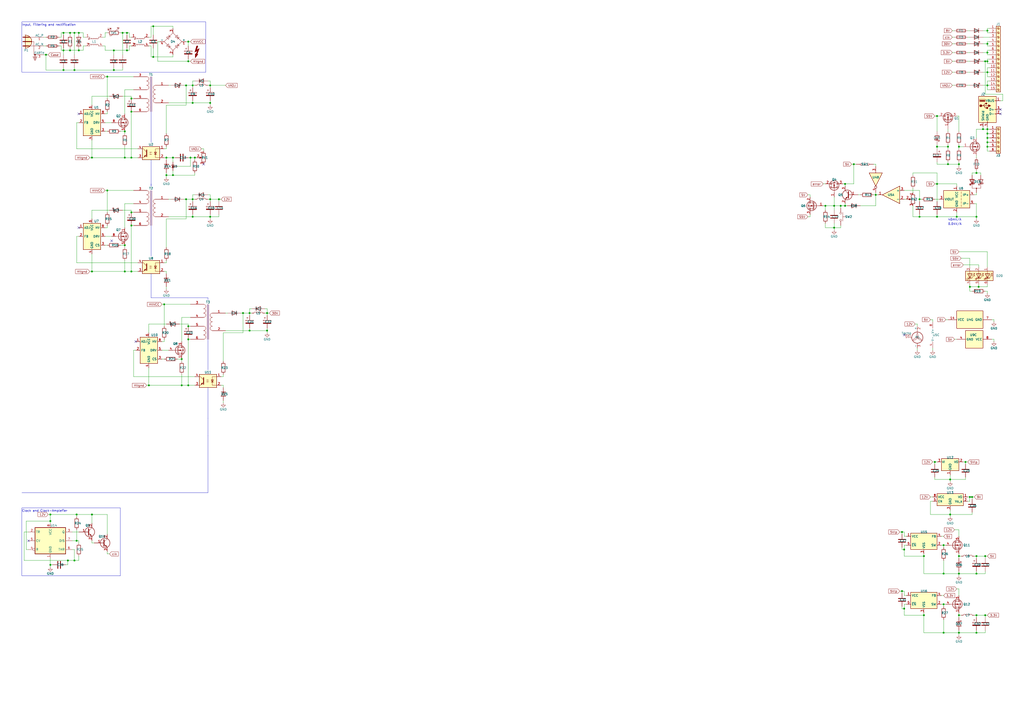
<source format=kicad_sch>
(kicad_sch (version 20231120) (generator "eeschema") (generator_version "8.0")
  (paper "A2")
  (title_block (title "Switch-mode power supply") (date "2024-03-22") (rev "2") (company "GreenSi electronics") (comment 1 "PROTOTYPE"))
  (lib_symbols
    (symbol "74xGxx:74AUC2G00"
      (property "Reference" "U" (at -2.54 3.81 0))
      (property "Value" "74AUC2G00" (at 0 -3.81 0))
      (symbol "74AUC2G00_1_1"
        (pin input line (at -15.24 2.54 0) (length 7.62) (name "~") (number "1"))
        (pin input line (at -15.24 -2.54 0) (length 7.62) (name "~") (number "2"))
        (pin output inverted (at 12.7 0 180) (length 7.62) (name "~") (number "7"))
      )
      (symbol "74AUC2G00_2_1"
        (pin output inverted (at 12.7 0 180) (length 7.62) (name "~") (number "3"))
        (pin input line (at -15.24 2.54 0) (length 7.62) (name "~") (number "5"))
        (pin input line (at -15.24 -2.54 0) (length 7.62) (name "~") (number "6"))
      )
      (symbol "74AUC2G00_3_1"
        (pin power_in line (at 0 -10.16 90) (length 5.08) (name "GND") (number "4"))
        (pin power_in line (at 0 10.16 270) (length 5.08) (name "VCC") (number "8"))
      )
    )
    (symbol "74xx:74AHC04"
      (property "Reference" "U" (at 0 1.27 0))
      (property "Value" "74AHC04" (at 0 -1.27 0))
      (symbol "74AHC04_1_0"
        (pin input line (at -7.62 0 0) (length 3.81) (name "~") (number "1"))
        (pin output inverted (at 7.62 0 180) (length 3.81) (name "~") (number "2"))
      )
      (symbol "74AHC04_2_0"
        (pin input line (at -7.62 0 0) (length 3.81) (name "~") (number "3"))
        (pin output inverted (at 7.62 0 180) (length 3.81) (name "~") (number "4"))
      )
      (symbol "74AHC04_3_0"
        (pin input line (at -7.62 0 0) (length 3.81) (name "~") (number "5"))
        (pin output inverted (at 7.62 0 180) (length 3.81) (name "~") (number "6"))
      )
      (symbol "74AHC04_4_0"
        (pin output inverted (at 7.62 0 180) (length 3.81) (name "~") (number "8"))
        (pin input line (at -7.62 0 0) (length 3.81) (name "~") (number "9"))
      )
      (symbol "74AHC04_5_0"
        (pin output inverted (at 7.62 0 180) (length 3.81) (name "~") (number "10"))
        (pin input line (at -7.62 0 0) (length 3.81) (name "~") (number "11"))
      )
      (symbol "74AHC04_6_0"
        (pin output inverted (at 7.62 0 180) (length 3.81) (name "~") (number "12"))
        (pin input line (at -7.62 0 0) (length 3.81) (name "~") (number "13"))
      )
      (symbol "74AHC04_7_0"
        (pin power_in line (at 0 12.7 270) (length 5.08) (name "VCC") (number "14"))
        (pin power_in line (at 0 -12.7 90) (length 5.08) (name "GND") (number "7"))
      )
    )
    (symbol "Amplifier_Operational:LM358" (pin_names (offset 0.127))
      (property "Reference" "U" (at 0 5.08 0))
      (property "Value" "LM358" (at 0 -5.08 0))
      (symbol "LM358_1_1"
        (pin output line (at 7.62 0 180) (length 2.54) (name "~") (number "1"))
        (pin input line (at -7.62 -2.54 0) (length 2.54) (name "-") (number "2"))
        (pin input line (at -7.62 2.54 0) (length 2.54) (name "+") (number "3"))
      )
      (symbol "LM358_2_1"
        (pin input line (at -7.62 2.54 0) (length 2.54) (name "+") (number "5"))
        (pin input line (at -7.62 -2.54 0) (length 2.54) (name "-") (number "6"))
        (pin output line (at 7.62 0 180) (length 2.54) (name "~") (number "7"))
      )
      (symbol "LM358_3_1"
        (pin power_in line (at -2.54 -7.62 90) (length 3.81) (name "V-") (number "4"))
        (pin power_in line (at -2.54 7.62 270) (length 3.81) (name "V+") (number "8"))
      )
    )
    (symbol "Connector:Conn_WallPlug_Earth" (pin_names (offset 0))
      (property "Reference" "P" (at 0 3.81 0))
      (property "Value" "Conn_WallPlug_Earth" (at -5.08 0 90))
      (symbol "Conn_WallPlug_Earth_1_1"
        (pin power_out line (at 7.62 2.54 180) (length 5.08) (name "AC_P") (number "1"))
        (pin power_out line (at 7.62 -2.54 180) (length 5.08) (name "AC_N") (number "2"))
        (pin passive line (at 7.62 -7.62 180) (length 5.08) (name "EARTH") (number "3"))
      )
    )
    (symbol "Connector:Screw_Terminal_01x06" (pin_names (offset 1.016) hide)
      (property "Reference" "J" (at 0 7.62 0))
      (property "Value" "Screw_Terminal_01x06" (at 0 -10.16 0))
      (symbol "Screw_Terminal_01x06_1_1"
        (pin passive line (at -5.08 5.08 0) (length 3.81) (name "Pin_1") (number "1"))
        (pin passive line (at -5.08 2.54 0) (length 3.81) (name "Pin_2") (number "2"))
        (pin passive line (at -5.08 0 0) (length 3.81) (name "Pin_3") (number "3"))
        (pin passive line (at -5.08 -2.54 0) (length 3.81) (name "Pin_4") (number "4"))
        (pin passive line (at -5.08 -5.08 0) (length 3.81) (name "Pin_5") (number "5"))
        (pin passive line (at -5.08 -7.62 0) (length 3.81) (name "Pin_6") (number "6"))
      )
    )
    (symbol "Connector:Screw_Terminal_01x15" (pin_names (offset 1.016) hide)
      (property "Reference" "J" (at 0 20.32 0))
      (property "Value" "Screw_Terminal_01x15" (at 0 -20.32 0))
      (symbol "Screw_Terminal_01x15_1_1"
        (pin passive line (at -5.08 17.78 0) (length 3.81) (name "Pin_1") (number "1"))
        (pin passive line (at -5.08 -5.08 0) (length 3.81) (name "Pin_10") (number "10"))
        (pin passive line (at -5.08 -7.62 0) (length 3.81) (name "Pin_11") (number "11"))
        (pin passive line (at -5.08 -10.16 0) (length 3.81) (name "Pin_12") (number "12"))
        (pin passive line (at -5.08 -12.7 0) (length 3.81) (name "Pin_13") (number "13"))
        (pin passive line (at -5.08 -15.24 0) (length 3.81) (name "Pin_14") (number "14"))
        (pin passive line (at -5.08 -17.78 0) (length 3.81) (name "Pin_15") (number "15"))
        (pin passive line (at -5.08 15.24 0) (length 3.81) (name "Pin_2") (number "2"))
        (pin passive line (at -5.08 12.7 0) (length 3.81) (name "Pin_3") (number "3"))
        (pin passive line (at -5.08 10.16 0) (length 3.81) (name "Pin_4") (number "4"))
        (pin passive line (at -5.08 7.62 0) (length 3.81) (name "Pin_5") (number "5"))
        (pin passive line (at -5.08 5.08 0) (length 3.81) (name "Pin_6") (number "6"))
        (pin passive line (at -5.08 2.54 0) (length 3.81) (name "Pin_7") (number "7"))
        (pin passive line (at -5.08 0 0) (length 3.81) (name "Pin_8") (number "8"))
        (pin passive line (at -5.08 -2.54 0) (length 3.81) (name "Pin_9") (number "9"))
      )
    )
    (symbol "Connector:USB_A" (pin_names (offset 1.016))
      (property "Reference" "J" (at -5.08 11.43 0))
      (property "Value" "USB_A" (at -5.08 8.89 0))
      (symbol "USB_A_1_1"
        (pin power_in line (at 7.62 5.08 180) (length 2.54) (name "VBUS") (number "1"))
        (pin bidirectional line (at 7.62 -2.54 180) (length 2.54) (name "D-") (number "2"))
        (pin bidirectional line (at 7.62 0 180) (length 2.54) (name "D+") (number "3"))
        (pin power_in line (at 0 -10.16 90) (length 2.54) (name "GND") (number "4"))
        (pin passive line (at -2.54 -10.16 90) (length 2.54) (name "Shield") (number "5"))
      )
    )
    (symbol "Device:C" (pin_numbers hide) (pin_names (offset 0.254))
      (property "Reference" "C" (at 0.635 2.54 0))
      (property "Value" "C" (at 0.635 -2.54 0))
      (symbol "C_1_1"
        (pin passive line (at 0 3.81 270) (length 2.794) (name "~") (number "1"))
        (pin passive line (at 0 -3.81 90) (length 2.794) (name "~") (number "2"))
      )
    )
    (symbol "Device:C_Polarized" (pin_numbers hide) (pin_names (offset 0.254))
      (property "Reference" "C" (at 0.635 2.54 0))
      (property "Value" "C_Polarized" (at 0.635 -2.54 0))
      (symbol "C_Polarized_1_1"
        (pin passive line (at 0 3.81 270) (length 2.794) (name "~") (number "1"))
        (pin passive line (at 0 -3.81 90) (length 2.794) (name "~") (number "2"))
      )
    )
    (symbol "Device:Fuse" (pin_numbers hide) (pin_names (offset 0))
      (property "Reference" "F" (at 2.032 0 90))
      (property "Value" "Fuse" (at -1.905 0 90))
      (symbol "Fuse_1_1"
        (pin passive line (at 0 3.81 270) (length 1.27) (name "~") (number "1"))
        (pin passive line (at 0 -3.81 90) (length 1.27) (name "~") (number "2"))
      )
    )
    (symbol "Device:L" (pin_numbers hide) (pin_names (offset 1.016) hide)
      (property "Reference" "L" (at -1.27 0 90))
      (property "Value" "L" (at 1.905 0 90))
      (symbol "L_1_1"
        (pin passive line (at 0 3.81 270) (length 1.27) (name "1") (number "1"))
        (pin passive line (at 0 -3.81 90) (length 1.27) (name "2") (number "2"))
      )
    )
    (symbol "Device:L_Coupled" (pin_names (offset 0.254) hide)
      (property "Reference" "L" (at 0 4.445 0))
      (property "Value" "L_Coupled" (at 0 -4.445 0))
      (symbol "L_Coupled_1_1"
        (pin passive line (at -5.08 2.54 0) (length 2.54) (name "1") (number "1"))
        (pin passive line (at 5.08 2.54 180) (length 2.54) (name "2") (number "2"))
        (pin passive line (at -5.08 -2.54 0) (length 2.54) (name "3") (number "3"))
        (pin passive line (at 5.08 -2.54 180) (length 2.54) (name "4") (number "4"))
      )
    )
    (symbol "Device:Q_NMOS_DGS" (pin_names (offset 0) hide)
      (property "Reference" "Q13" (at 6.35 1.2701 0))
      (symbol "Q_NMOS_DGS_1_1"
        (pin passive line (at 2.54 5.08 270) (length 2.54) (name "D") (number "1"))
        (pin passive line (at 2.54 -5.08 90) (length 2.54) (name "S") (number "5"))
        (pin input line (at -5.08 0 0) (length 2.54) (name "G") (number "8"))
      )
    )
    (symbol "Device:R" (pin_numbers hide) (pin_names (offset 0))
      (property "Reference" "R" (at 2.032 0 90))
      (property "Value" "R" (at 0 0 90))
      (symbol "R_1_1"
        (pin passive line (at 0 3.81 270) (length 1.27) (name "~") (number "1"))
        (pin passive line (at 0 -3.81 90) (length 1.27) (name "~") (number "2"))
      )
    )
    (symbol "Device:R_Potentiometer" (pin_names (offset 1.016) hide)
      (property "Reference" "RV" (at -4.445 0 90))
      (property "Value" "R_Potentiometer" (at -2.54 0 90))
      (symbol "R_Potentiometer_1_1"
        (pin passive line (at 0 3.81 270) (length 1.27) (name "1") (number "1"))
        (pin passive line (at 3.81 0 180) (length 1.27) (name "2") (number "2"))
        (pin passive line (at 0 -3.81 90) (length 1.27) (name "3") (number "3"))
      )
    )
    (symbol "Device:Thermistor_NTC" (pin_numbers hide) (pin_names (offset 0))
      (property "Reference" "TH" (at -4.445 0 90))
      (property "Value" "Thermistor_NTC" (at 3.175 0 90))
      (symbol "Thermistor_NTC_1_1"
        (pin passive line (at 0 3.81 270) (length 1.27) (name "~") (number "1"))
        (pin passive line (at 0 -3.81 90) (length 1.27) (name "~") (number "2"))
      )
    )
    (symbol "Device:Transformer_1P_2S" (pin_names (offset 1.016) hide)
      (property "Reference" "T" (at 0 12.7 0))
      (property "Value" "Transformer_1P_2S" (at 0 -12.7 0))
      (symbol "Transformer_1P_2S_1_1"
        (pin passive line (at -10.16 5.08 0) (length 7.62) (name "AA") (number "1"))
        (pin passive line (at -10.16 -5.08 0) (length 7.62) (name "AB") (number "2"))
        (pin passive line (at 10.16 10.16 180) (length 7.62) (name "SA") (number "3"))
        (pin passive line (at 10.16 2.54 180) (length 7.62) (name "SB") (number "4"))
        (pin passive line (at 10.16 -2.54 180) (length 7.62) (name "SC") (number "5"))
        (pin passive line (at 10.16 -10.16 180) (length 7.62) (name "SD") (number "6"))
      )
    )
    (symbol "Diode:1N5400" (pin_numbers hide) (pin_names hide)
      (property "Reference" "D" (at 0 2.54 0))
      (property "Value" "1N5400" (at 0 -2.54 0))
      (symbol "1N5400_1_1"
        (pin passive line (at -3.81 0 0) (length 2.54) (name "K") (number "1"))
        (pin passive line (at 3.81 0 180) (length 2.54) (name "A") (number "2"))
      )
    )
    (symbol "Diode:1N914WT" (pin_numbers hide) (pin_names hide)
      (property "Reference" "D" (at 0 2.54 0))
      (property "Value" "1N914WT" (at 0 -2.54 0))
      (symbol "1N914WT_1_1"
        (pin passive line (at -3.81 0 0) (length 2.54) (name "K") (number "1"))
        (pin passive line (at 3.81 0 180) (length 2.54) (name "A") (number "2"))
      )
    )
    (symbol "Diode:5KPxxCA" (pin_numbers hide) (pin_names (offset 1.016) hide)
      (property "Reference" "D" (at 0 2.54 0))
      (property "Value" "5KPxxCA" (at 0 -2.54 0))
      (symbol "5KPxxCA_1_1"
        (pin passive line (at -3.81 0 0) (length 2.54) (name "A1") (number "1"))
        (pin passive line (at 3.81 0 180) (length 2.54) (name "A2") (number "2"))
      )
    )
    (symbol "Diode:B120-E3" (pin_numbers hide) (pin_names hide)
      (property "Reference" "D" (at 0 2.54 0))
      (property "Value" "B120-E3" (at 0 -2.54 0))
      (symbol "B120-E3_1_1"
        (pin passive line (at -3.81 0 0) (length 2.54) (name "K") (number "1"))
        (pin passive line (at 3.81 0 180) (length 2.54) (name "A") (number "2"))
      )
    )
    (symbol "Diode:BYV79-100" (pin_numbers hide) (pin_names hide)
      (property "Reference" "D" (at 0 2.54 0))
      (property "Value" "BYV79-100" (at 0 -2.54 0))
      (symbol "BYV79-100_1_1"
        (pin passive line (at -3.81 0 0) (length 2.54) (name "K") (number "1"))
        (pin passive line (at 3.81 0 180) (length 2.54) (name "A") (number "2"))
      )
    )
    (symbol "Diode:BZV55B24" (pin_numbers hide) (pin_names hide)
      (property "Reference" "D" (at 0 2.54 0))
      (property "Value" "BZV55B24" (at 0 -2.54 0))
      (symbol "BZV55B24_1_1"
        (pin passive line (at -3.81 0 0) (length 2.54) (name "K") (number "1"))
        (pin passive line (at 3.81 0 180) (length 2.54) (name "A") (number "2"))
      )
    )
    (symbol "Diode:BZV55B30" (pin_numbers hide) (pin_names hide)
      (property "Reference" "D" (at 0 2.54 0))
      (property "Value" "BZV55B30" (at 0 -2.54 0))
      (symbol "BZV55B30_1_1"
        (pin passive line (at -3.81 0 0) (length 2.54) (name "K") (number "1"))
        (pin passive line (at 3.81 0 180) (length 2.54) (name "A") (number "2"))
      )
    )
    (symbol "Diode:BZV55C12" (pin_numbers hide) (pin_names hide)
      (property "Reference" "D" (at 0 2.54 0))
      (property "Value" "BZV55C12" (at 0 -2.54 0))
      (symbol "BZV55C12_1_1"
        (pin passive line (at -3.81 0 0) (length 2.54) (name "K") (number "1"))
        (pin passive line (at 3.81 0 180) (length 2.54) (name "A") (number "2"))
      )
    )
    (symbol "Diode:C3D10065E" (pin_numbers hide) (pin_names (offset 1.016) hide)
      (property "Reference" "D" (at 0 2.54 0))
      (property "Value" "C3D10065E" (at 0 -2.54 0))
      (symbol "C3D10065E_1_1"
        (pin passive line (at -3.81 0 0) (length 2.54) (name "K") (number "1"))
        (pin passive line (at 3.81 0 180) (length 2.54) (name "A") (number "2"))
      )
    )
    (symbol "Diode:C4D20120A" (pin_numbers hide) (pin_names (offset 1.016) hide)
      (property "Reference" "D" (at 0 2.54 0))
      (property "Value" "C4D20120A" (at 0 -2.54 0))
      (symbol "C4D20120A_1_1"
        (pin passive line (at -3.81 0 0) (length 2.54) (name "K") (number "1"))
        (pin passive line (at 3.81 0 180) (length 2.54) (name "A") (number "2"))
      )
    )
    (symbol "Diode:C5D50065D" (pin_numbers hide) (pin_names (offset 1.016) hide)
      (property "Reference" "D" (at 0 5.08 0))
      (property "Value" "C5D50065D" (at 0 -5.08 0))
      (symbol "C5D50065D_1_1"
        (pin passive line (at -5.08 2.54 0) (length 2.54) (name "A1") (number "1"))
        (pin passive line (at 5.08 0 180) (length 2.54) (name "K") (number "2"))
        (pin passive line (at -5.08 -2.54 0) (length 2.54) (name "A2") (number "3"))
      )
    )
    (symbol "Diode_Bridge:GBU8M" (pin_names (offset 0))
      (property "Reference" "D" (at 2.54 6.985 0))
      (property "Value" "GBU8M" (at 2.54 5.08 0))
      (symbol "GBU8M_1_1"
        (pin passive line (at 7.62 0 180) (length 2.54) (name "+") (number "1"))
        (pin passive line (at 0 -7.62 90) (length 2.54) (name "~") (number "2"))
        (pin passive line (at 0 7.62 270) (length 2.54) (name "~") (number "3"))
        (pin passive line (at -7.62 0 0) (length 2.54) (name "-") (number "4"))
      )
    )
    (symbol "Graphic:SYM_Flash_Small" (in_bom no) (on_board no))
    (symbol "Isolator:FODM217A"
      (property "Reference" "U" (at -5.08 5.08 0))
      (property "Value" "FODM217A" (at 0 5.08 0))
      (symbol "FODM217A_1_1"
        (pin passive line (at -7.62 2.54 0) (length 2.54) (name "~") (number "1"))
        (pin passive line (at -7.62 -2.54 0) (length 2.54) (name "~") (number "2"))
        (pin passive line (at 7.62 -2.54 180) (length 2.54) (name "~") (number "3"))
        (pin passive line (at 7.62 2.54 180) (length 2.54) (name "~") (number "4"))
      )
    )
    (symbol "LED:SMLVN6RGB" (pin_names (offset 0) hide)
      (property "Reference" "D" (at 0 12.7 0))
      (property "Value" "SMLVN6RGB" (at 0 10.16 0))
      (symbol "SMLVN6RGB_0_0"
        (text "B" (at 1.905 3.81 0) (effects (font (size 1.27 1.27))))
        (text "G" (at 1.905 -6.35 0) (effects (font (size 1.27 1.27))))
        (text "R" (at 1.905 -1.27 0) (effects (font (size 1.27 1.27))))
      )
      (symbol "SMLVN6RGB_1_1"
        (pin passive line (at -5.08 5.08 0) (length 2.54) (name "BA") (number "1"))
        (pin passive line (at -5.08 0 0) (length 2.54) (name "RA") (number "2"))
        (pin passive line (at -5.08 -5.08 0) (length 2.54) (name "GA") (number "3"))
        (pin passive line (at 5.08 -5.08 180) (length 2.54) (name "GK") (number "4"))
        (pin passive line (at 5.08 0 180) (length 2.54) (name "RK") (number "5"))
        (pin passive line (at 5.08 5.08 180) (length 2.54) (name "BK") (number "6"))
      )
    )
    (symbol "Motor:Fan_3pin" (pin_names (offset 0))
      (property "Reference" "M" (at 2.54 2.54 0))
      (property "Value" "Fan_3pin" (at 2.54 -5.08 0))
      (symbol "Fan_3pin_1_1"
        (pin passive line (at -7.62 0 0) (length 2.54) (name "Tacho") (number "1"))
        (pin passive line (at 0 5.08 270) (length 2.54) (name "+") (number "2"))
        (pin passive line (at 0 -7.62 90) (length 2.54) (name "-") (number "3"))
      )
    )
    (symbol "Reference_Voltage:TL431DBZ" (pin_numbers hide) (pin_names hide)
      (property "Reference" "U" (at -2.54 2.54 0))
      (property "Value" "TL431DBZ" (at 0 -2.54 0))
      (symbol "TL431DBZ_1_1"
        (pin passive line (at 2.54 0 180) (length 2.54) (name "K") (number "1"))
        (pin passive line (at 0 2.54 270) (length 2.54) (name "REF") (number "2"))
        (pin passive line (at -2.54 0 0) (length 2.54) (name "A") (number "3"))
      )
    )
    (symbol "Regulator_Controller:NCP1217AP65"
      (property "Reference" "U" (at -7.62 8.89 0))
      (property "Value" "NCP1217AP65" (at 1.27 8.89 0))
      (symbol "NCP1217AP65_1_1"
        (pin input line (at -7.62 5.08 0) (length 2.54) (name "ADJ") (number "1"))
        (pin input line (at -7.62 0 0) (length 2.54) (name "FB") (number "2"))
        (pin input line (at 7.62 -5.08 180) (length 2.54) (name "CS") (number "3"))
        (pin power_in line (at 0 -10.16 90) (length 2.54) (name "GND") (number "4"))
        (pin output line (at 7.62 0 180) (length 2.54) (name "DRV") (number "5"))
        (pin power_in line (at 0 10.16 270) (length 2.54) (name "VCC") (number "6"))
        (pin no_connect line (at -5.08 2.54 0) (length 2.54) hide (name "NC") (number "7"))
        (pin input line (at 7.62 5.08 180) (length 2.54) (name "HV") (number "8"))
      )
    )
    (symbol "Regulator_Linear:AMS1117CD-5.0" (pin_names (offset 0.254))
      (property "Reference" "U" (at -3.81 3.175 0))
      (property "Value" "AMS1117CD-5.0" (at 0 3.175 0))
      (symbol "AMS1117CD-5.0_1_1"
        (pin power_in line (at 0 -7.62 90) (length 2.54) (name "GND") (number "1"))
        (pin power_out line (at 7.62 0 180) (length 2.54) (name "VO") (number "2"))
        (pin power_in line (at -7.62 0 0) (length 2.54) (name "VI") (number "3"))
      )
    )
    (symbol "Regulator_Linear:BD90GA5WEFJ"
      (property "Reference" "U" (at 0 6.35 0))
      (property "Value" "BD90GA5WEFJ" (at 0 3.81 0))
      (symbol "BD90GA5WEFJ_1_1"
        (pin power_out line (at 10.16 0 180) (length 2.54) (name "VO") (number "1"))
        (pin input line (at 10.16 -2.54 180) (length 2.54) (name "Vo_s") (number "2"))
        (pin power_in line (at 0 -7.62 90) (length 2.54) (name "GND") (number "3"))
        (pin passive line (at 0 -7.62 90) (length 2.54) hide (name "GND") (number "4"))
        (pin input line (at -10.16 -2.54 0) (length 2.54) (name "EN") (number "5"))
        (pin passive line (at 0 -7.62 90) (length 2.54) hide (name "GND") (number "6"))
        (pin passive line (at 0 -7.62 90) (length 2.54) hide (name "GND") (number "7"))
        (pin power_in line (at -10.16 0 0) (length 2.54) (name "VCC") (number "8"))
        (pin passive line (at 0 -7.62 90) (length 2.54) hide (name "GND") (number "9"))
      )
    )
    (symbol "Regulator_Switching:APE1707H-33-HF"
      (property "Reference" "U" (at -7.62 5.715 0))
      (property "Value" "APE1707H-33-HF" (at 0 5.715 0))
      (symbol "APE1707H-33-HF_1_1"
        (pin power_in line (at -10.16 2.54 0) (length 2.54) (name "VCC") (number "1"))
        (pin output line (at 10.16 -2.54 180) (length 2.54) (name "SW") (number "2"))
        (pin power_in line (at 0 -7.62 90) (length 2.54) (name "VSS") (number "3"))
        (pin input line (at 10.16 2.54 180) (length 2.54) (name "FB") (number "4"))
        (pin input line (at -10.16 -2.54 0) (length 2.54) (name "~{EN}") (number "5"))
      )
    )
    (symbol "Regulator_Switching:APE1707H-50-HF"
      (property "Reference" "U" (at -7.62 5.715 0))
      (property "Value" "APE1707H-50-HF" (at 0 5.715 0))
      (symbol "APE1707H-50-HF_1_1"
        (pin power_in line (at -10.16 2.54 0) (length 2.54) (name "VCC") (number "1"))
        (pin output line (at 10.16 -2.54 180) (length 2.54) (name "SW") (number "2"))
        (pin power_in line (at 0 -7.62 90) (length 2.54) (name "VSS") (number "3"))
        (pin input line (at 10.16 2.54 180) (length 2.54) (name "FB") (number "4"))
        (pin input line (at -10.16 -2.54 0) (length 2.54) (name "~{EN}") (number "5"))
      )
    )
    (symbol "Sensor_Current:ACS758xCB-100U-PFF"
      (property "Reference" "U" (at -7.62 6.35 0))
      (property "Value" "ACS758xCB-100U-PFF" (at 2.54 6.35 0))
      (symbol "ACS758xCB-100U-PFF_1_1"
        (pin power_in line (at 0 7.62 270) (length 2.54) (name "VCC") (number "1"))
        (pin power_in line (at 0 -7.62 90) (length 2.54) (name "GND") (number "2"))
        (pin output line (at 10.16 0 180) (length 2.54) (name "VIOUT") (number "3"))
        (pin passive line (at -10.16 2.54 0) (length 2.54) (name "IP+") (number "4"))
        (pin passive line (at -10.16 -2.54 0) (length 2.54) (name "IP-") (number "5"))
      )
    )
    (symbol "Switch:SW_MEC_5G" (pin_numbers hide) (pin_names (offset 1.016) hide)
      (property "Reference" "SW" (at 1.27 2.54 0))
      (property "Value" "SW_MEC_5G" (at 0 -1.524 0))
      (symbol "SW_MEC_5G_0_1"
        (pin passive line (at -5.08 0 0) (length 2.54) (name "A") (number "1"))
        (pin passive line (at 5.08 0 180) (length 2.54) (name "B") (number "3"))
      )
      (symbol "SW_MEC_5G_1_1"
        (pin passive line (at -5.08 0 0) (length 2.54) hide (name "A") (number "2"))
        (pin passive line (at 5.08 0 180) (length 2.54) hide (name "B") (number "4"))
      )
    )
    (symbol "Switch:SW_Push_Open" (pin_numbers hide) (pin_names (offset 1.016) hide)
      (property "Reference" "SW" (at 0 2.54 0))
      (property "Value" "SW_Push_Open" (at 0 -1.905 0))
      (symbol "SW_Push_Open_0_1"
        (pin passive line (at -5.08 0 0) (length 2.54) (name "A") (number "1"))
      )
      (symbol "SW_Push_Open_1_1"
        (pin passive line (at 5.08 0 180) (length 2.54) (name "B") (number "2"))
      )
    )
    (symbol "Timer:SE555D"
      (property "Reference" "U" (at -10.16 8.89 0))
      (property "Value" "SE555D" (at 2.54 8.89 0))
      (symbol "SE555D_0_0"
        (pin power_in line (at 0 -10.16 90) (length 2.54) (name "GND") (number "1"))
        (pin power_in line (at 0 10.16 270) (length 2.54) (name "VCC") (number "8"))
      )
      (symbol "SE555D_1_1"
        (pin input line (at -12.7 5.08 0) (length 3.81) (name "TR") (number "2"))
        (pin output line (at 12.7 5.08 180) (length 3.81) (name "Q") (number "3"))
        (pin input inverted (at -12.7 -5.08 0) (length 3.81) (name "R") (number "4"))
        (pin input line (at -12.7 0 0) (length 3.81) (name "CV") (number "5"))
        (pin input line (at 12.7 -5.08 180) (length 3.81) (name "THR") (number "6"))
        (pin input line (at 12.7 0 180) (length 3.81) (name "DIS") (number "7"))
      )
    )
    (symbol "Transistor_BJT:2SC4213" (pin_names (offset 0) hide)
      (property "Reference" "Q" (at 5.08 1.905 0))
      (property "Value" "2SC4213" (at 5.08 0 0))
      (symbol "2SC4213_1_1"
        (pin input line (at -5.08 0 0) (length 5.715) (name "B") (number "1"))
        (pin passive line (at 2.54 -5.08 90) (length 2.54) (name "E") (number "2"))
        (pin passive line (at 2.54 5.08 270) (length 2.54) (name "C") (number "3"))
      )
    )
    (symbol "Transistor_BJT:BC817" (pin_names (offset 0) hide)
      (property "Reference" "Q" (at 5.08 1.905 0))
      (property "Value" "BC817" (at 5.08 0 0))
      (symbol "BC817_1_1"
        (pin input line (at -5.08 0 0) (length 5.715) (name "B") (number "1"))
        (pin passive line (at 2.54 -5.08 90) (length 2.54) (name "E") (number "2"))
        (pin passive line (at 2.54 5.08 270) (length 2.54) (name "C") (number "3"))
      )
    )
    (symbol "Transistor_BJT:BCP56" (pin_names (offset 0) hide)
      (property "Reference" "Q" (at 5.08 1.905 0))
      (property "Value" "BCP56" (at 5.08 0 0))
      (symbol "BCP56_1_1"
        (pin input line (at -5.08 0 0) (length 5.715) (name "B") (number "1"))
        (pin passive line (at 2.54 5.08 270) (length 2.54) (name "C") (number "2"))
        (pin passive line (at 2.54 -5.08 90) (length 2.54) (name "E") (number "3"))
        (pin passive line (at 2.54 5.08 270) (length 2.54) hide (name "C") (number "4"))
      )
    )
    (symbol "Transistor_FET:BSP129" (pin_names hide)
      (property "Reference" "Q" (at 5.08 1.905 0))
      (property "Value" "BSP129" (at 5.08 0 0))
      (symbol "BSP129_1_1"
        (pin input line (at -5.08 0 0) (length 5.08) (name "G") (number "1"))
        (pin passive line (at 2.54 5.08 270) (length 2.54) (name "D") (number "2"))
        (pin passive line (at 2.54 -5.08 90) (length 2.54) (name "S") (number "3"))
      )
    )
    (symbol "Transistor_FET:BSS214NW" (pin_names hide)
      (property "Reference" "Q" (at 5.08 1.905 0))
      (property "Value" "BSS214NW" (at 5.08 0 0))
      (symbol "BSS214NW_1_1"
        (pin input line (at -5.08 0 0) (length 2.54) (name "G") (number "1"))
        (pin passive line (at 2.54 -5.08 90) (length 2.54) (name "S") (number "2"))
        (pin passive line (at 2.54 5.08 270) (length 2.54) (name "D") (number "3"))
      )
    )
    (symbol "Transistor_FET:CSD19537Q3" (pin_names hide)
      (property "Reference" "Q" (at 5.08 1.905 0))
      (property "Value" "CSD19537Q3" (at 5.08 0 0))
      (symbol "CSD19537Q3_1_1"
        (pin passive line (at 2.54 -5.08 90) (length 2.54) (name "S") (number "1"))
        (pin passive line (at 2.54 -5.08 90) (length 2.54) hide (name "S") (number "2"))
        (pin passive line (at 2.54 -5.08 90) (length 2.54) hide (name "S") (number "3"))
        (pin passive line (at -5.08 0 0) (length 2.54) (name "G") (number "4"))
        (pin passive line (at 2.54 5.08 270) (length 2.54) (name "D") (number "5"))
      )
    )
    (symbol "Transistor_FET:FDS2734" (pin_names hide)
      (property "Reference" "Q" (at 5.08 2.54 0))
      (property "Value" "FDS2734" (at 5.08 0 0))
      (symbol "FDS2734_1_1"
        (pin passive line (at 2.54 -5.08 90) (length 2.54) (name "S") (number "1"))
        (pin passive line (at 2.54 -5.08 90) (length 2.54) hide (name "S") (number "2"))
        (pin passive line (at 2.54 -5.08 90) (length 2.54) hide (name "S") (number "3"))
        (pin input line (at -5.08 0 0) (length 2.54) (name "G") (number "4"))
        (pin passive line (at 2.54 5.08 270) (length 2.54) (name "D") (number "5"))
        (pin passive line (at 2.54 5.08 270) (length 2.54) hide (name "D") (number "6"))
        (pin passive line (at 2.54 5.08 270) (length 2.54) hide (name "D") (number "7"))
        (pin passive line (at 2.54 5.08 270) (length 2.54) hide (name "D") (number "8"))
      )
    )
    (symbol "Transistor_FET:IRFS4310Z" (pin_names hide)
      (property "Reference" "Q" (at 5.08 1.905 0))
      (property "Value" "IRFS4310Z" (at 5.08 0 0))
      (symbol "IRFS4310Z_1_1"
        (pin passive line (at -5.08 0 0) (length 2.54) (name "G") (number "1"))
        (pin passive line (at 2.54 5.08 270) (length 2.54) (name "D") (number "2"))
        (pin passive line (at 2.54 -5.08 90) (length 2.54) (name "S") (number "3"))
      )
    )
    (symbol "Transistor_FET_Other:DN2540N8-G" (pin_names (offset 0) hide)
      (property "Reference" "Q" (at 5.08 1.905 0))
      (property "Value" "DN2540N8-G" (at 5.08 0 0))
      (symbol "DN2540N8-G_1_1"
        (pin input line (at -5.08 0 0) (length 2.54) (name "G") (number "1"))
        (pin passive line (at 2.54 5.08 270) (length 2.54) (name "D") (number "2"))
        (pin passive line (at 2.54 -5.08 90) (length 2.54) (name "S") (number "3"))
      )
    )
    (symbol "power:GND" (power) (pin_numbers hide) (pin_names (offset 0) hide)
      (property "Value" "GND" (at 0 -3.81 0))
      (symbol "GND_1_1"
        (pin power_in line (at 0 0 270) (length 0) (name "~") (number "1"))
      )
    )
  )
  (junction (at 572.77 17.78))
  (junction (at 121.92 59.69))
  (junction (at 40.64 29.21))
  (junction (at 53.34 91.44))
  (junction (at 71.12 19.05))
  (junction (at 556.26 322.58))
  (junction (at 566.42 322.58))
  (junction (at 88.9 33.02))
  (junction (at 483.87 119.38))
  (junction (at 53.34 298.45))
  (junction (at 572.77 49.53))
  (junction (at 566.42 125.73))
  (junction (at 39.37 325.12))
  (junction (at 535.94 356.87))
  (junction (at 556.26 367.03))
  (junction (at 76.2 57.15))
  (junction (at 547.37 332.74))
  (junction (at 549.91 95.25))
  (junction (at 62.23 110.49))
  (junction (at 154.94 181.61))
  (junction (at 44.45 298.45))
  (junction (at 73.66 19.05))
  (junction (at 572.77 80.01))
  (junction (at 490.22 106.68))
  (junction (at 36.83 29.21))
  (junction (at 107.95 49.53))
  (junction (at 105.41 208.28))
  (junction (at 549.91 85.09))
  (junction (at 73.66 29.21))
  (junction (at 478.79 119.38))
  (junction (at 572.77 25.4))
  (junction (at 508 113.03))
  (junction (at 72.39 142.24))
  (junction (at 36.83 19.05))
  (junction (at 551.18 298.45))
  (junction (at 111.76 125.73))
  (junction (at 543.56 106.68))
  (junction (at 524.51 353.06))
  (junction (at 535.94 322.58))
  (junction (at 547.37 367.03))
  (junction (at 96.52 101.6))
  (junction (at 53.34 157.48))
  (junction (at 524.51 318.77))
  (junction (at 566.42 367.03))
  (junction (at 560.07 267.97))
  (junction (at 490.22 119.38))
  (junction (at 72.39 157.48))
  (junction (at 109.22 223.52))
  (junction (at 566.42 100.33))
  (junction (at 487.68 119.38))
  (junction (at 86.36 223.52))
  (junction (at 109.22 35.56))
  (junction (at 40.64 19.05))
  (junction (at 483.87 132.08))
  (junction (at 76.2 123.19))
  (junction (at 111.76 59.69))
  (junction (at 562.61 288.29))
  (junction (at 44.45 313.69))
  (junction (at 533.4 125.73))
  (junction (at 29.21 298.45))
  (junction (at 66.04 29.21))
  (junction (at 76.2 91.44))
  (junction (at 62.23 44.45))
  (junction (at 547.37 316.23))
  (junction (at 572.77 41.91))
  (junction (at 556.26 332.74))
  (junction (at 127 115.57))
  (junction (at 554.99 125.73))
  (junction (at 95.25 176.53))
  (junction (at 154.94 191.77))
  (junction (at 495.3 95.25))
  (junction (at 543.56 85.09))
  (junction (at 572.77 85.09))
  (junction (at 76.2 64.77))
  (junction (at 570.23 74.93))
  (junction (at 572.77 35.56))
  (junction (at 96.52 91.44))
  (junction (at 556.26 356.87))
  (junction (at 72.39 91.44))
  (junction (at 43.18 19.05))
  (junction (at 109.22 196.85))
  (junction (at 29.21 327.66))
  (junction (at 543.56 67.31))
  (junction (at 111.76 49.53))
  (junction (at 109.22 24.13))
  (junction (at 66.04 40.64))
  (junction (at 572.77 77.47))
  (junction (at 523.24 342.9))
  (junction (at 562.61 166.37))
  (junction (at 100.33 91.44))
  (junction (at 566.42 332.74))
  (junction (at 567.69 166.37))
  (junction (at 76.2 130.81))
  (junction (at 100.33 101.6))
  (junction (at 533.4 115.57))
  (junction (at 563.88 288.29))
  (junction (at 26.67 31.75))
  (junction (at 571.5 356.87))
  (junction (at 543.56 125.73))
  (junction (at 110.49 91.44))
  (junction (at 144.78 181.61))
  (junction (at 88.9 15.24))
  (junction (at 144.78 191.77))
  (junction (at 572.77 74.93))
  (junction (at 121.92 115.57))
  (junction (at 121.92 125.73))
  (junction (at 109.22 189.23))
  (junction (at 572.77 30.48))
  (junction (at 556.26 85.09))
  (junction (at 556.26 95.25))
  (junction (at 566.42 356.87))
  (junction (at 29.21 302.26))
  (junction (at 36.83 40.64))
  (junction (at 572.77 82.55))
  (junction (at 107.95 115.57))
  (junction (at 105.41 223.52))
  (junction (at 542.29 267.97))
  (junction (at 140.97 181.61))
  (junction (at 45.72 29.21))
  (junction (at 113.03 91.44))
  (junction (at 43.18 40.64))
  (junction (at 571.5 322.58))
  (junction (at 72.39 76.2))
  (junction (at 551.18 278.13))
  (junction (at 523.24 308.61))
  (junction (at 43.18 325.12))
  (junction (at 121.92 49.53))
  (junction (at 571.5 35.56))
  (junction (at 45.72 19.05))
  (junction (at 547.37 350.52))
  (junction (at 111.76 115.57))
  (junction (at 76.2 157.48))
  (no_connect (at 64.77 139.7))
  (no_connect (at 580.39 66.04))
  (no_connect (at 524.51 194.31))
  (no_connect (at 16.51 313.69))
  (no_connect (at 45.72 132.08))
  (no_connect (at 118.11 95.25))
  (no_connect (at 45.72 66.04))
  (no_connect (at 580.39 63.5))
  (no_connect (at 78.74 198.12))
  (wire (pts (xy 524.51 353.06) (xy 524.51 356.87)))
  (wire (pts (xy 60.96 21.59) (xy 60.96 19.05)))
  (wire (pts (xy 572.77 24.13) (xy 574.04 24.13)))
  (wire (pts (xy 25.4 31.75) (xy 26.67 31.75)))
  (wire (pts (xy 72.39 52.07) (xy 72.39 66.04)))
  (wire (pts (xy 71.12 19.05) (xy 71.12 31.75)))
  (wire (pts (xy 109.22 35.56) (xy 91.44 35.56)))
  (wire (pts (xy 95.25 176.53) (xy 110.49 176.53)))
  (wire (pts (xy 524.51 356.87) (xy 535.94 356.87)))
  (wire (pts (xy 111.76 125.73) (xy 121.92 125.73)))
  (wire (pts (xy 66.04 40.64) (xy 71.12 40.64)))
  (wire (pts (xy 468.63 125.73) (xy 469.9 125.73)))
  (wire (pts (xy 547.37 350.52) (xy 547.37 351.79)))
  (wire (pts (xy 551.18 278.13) (xy 560.07 278.13)))
  (wire (pts (xy 154.94 181.61) (xy 156.21 181.61)))
  (wire (pts (xy 96.52 91.44) (xy 100.33 91.44)))
  (wire (pts (xy 71.12 19.05) (xy 69.85 19.05)))
  (wire (pts (xy 539.75 298.45) (xy 551.18 298.45)))
  (wire (pts (xy 106.68 49.53) (xy 107.95 49.53)))
  (wire (pts (xy 552.45 49.53) (xy 553.72 49.53)))
  (wire (pts (xy 60.96 142.24) (xy 62.23 142.24)))
  (wire (pts (xy 88.9 33.02) (xy 100.33 33.02)))
  (wire (pts (xy 154.94 191.77) (xy 154.94 193.04)))
  (wire (pts (xy 572.77 16.51) (xy 574.04 16.51)))
  (wire (pts (xy 86.36 21.59) (xy 87.63 21.59)))
  (wire (pts (xy 59.69 26.67) (xy 60.96 26.67)))
  (wire (pts (xy 572.77 49.53) (xy 572.77 52.07)))
  (wire (pts (xy 549.91 93.98) (xy 549.91 95.25)))
  (wire (pts (xy 95.25 176.53) (xy 95.25 189.23)))
  (wire (pts (xy 36.83 19.05) (xy 36.83 20.32)))
  (wire (pts (xy 535.94 332.74) (xy 547.37 332.74)))
  (wire (pts (xy 562.61 168.91) (xy 563.88 168.91)))
  (wire (pts (xy 53.34 60.96) (xy 53.34 55.88)))
  (wire (pts (xy 76.2 91.44) (xy 80.01 91.44)))
  (wire (pts (xy 40.64 19.05) (xy 43.18 19.05)))
  (wire (pts (xy 52.07 91.44) (xy 53.34 91.44)))
  (wire (pts (xy 140.97 193.04) (xy 140.97 181.61)))
  (wire (pts (xy 35.56 19.05) (xy 36.83 19.05)))
  (wire (pts (xy 26.67 31.75) (xy 26.67 40.64)))
  (wire (pts (xy 45.72 313.69) (xy 45.72 314.96)))
  (wire (pts (xy 118.11 86.36) (xy 118.11 87.63)))
  (wire (pts (xy 541.02 185.42) (xy 541.02 186.69)))
  (wire (pts (xy 530.86 187.96) (xy 532.13 187.96)))
  (wire (pts (xy 43.18 19.05) (xy 45.72 19.05)))
  (wire (pts (xy 563.88 298.45) (xy 551.18 298.45)))
  (wire (pts (xy 44.45 152.4) (xy 80.01 152.4)))
  (wire (pts (xy 487.68 119.38) (xy 487.68 120.65)))
  (wire (pts (xy 76.2 64.77) (xy 76.2 91.44)))
  (wire (pts (xy 542.29 115.57) (xy 544.83 115.57)))
  (wire (pts (xy 110.49 184.15) (xy 105.41 184.15)))
  (wire (pts (xy 27.94 298.45) (xy 29.21 298.45)))
  (wire (pts (xy 121.92 49.53) (xy 121.92 50.8)))
  (wire (pts (xy 36.83 39.37) (xy 36.83 40.64)))
  (wire (pts (xy 44.45 137.16) (xy 45.72 137.16)))
  (wire (pts (xy 547.37 367.03) (xy 556.26 367.03)))
  (wire (pts (xy 521.97 342.9) (xy 523.24 342.9)))
  (wire (pts (xy 29.21 298.45) (xy 29.21 302.26)))
  (wire (pts (xy 36.83 27.94) (xy 36.83 29.21)))
  (wire (pts (xy 26.67 40.64) (xy 36.83 40.64)))
  (wire (pts (xy 62.23 110.49) (xy 62.23 123.19)))
  (wire (pts (xy 562.61 165.1) (xy 562.61 166.37)))
  (wire (pts (xy 556.26 332.74) (xy 566.42 332.74)))
  (wire (pts (xy 529.59 109.22) (xy 529.59 111.76)))
  (wire (pts (xy 62.23 132.08) (xy 62.23 130.81)))
  (wire (pts (xy 96.52 166.37) (xy 96.52 167.64)))
  (wire (pts (xy 556.26 67.31) (xy 556.26 76.2)))
  (wire (pts (xy 580.39 58.42) (xy 581.66 58.42)))
  (wire (pts (xy 88.9 15.24) (xy 100.33 15.24)))
  (wire (pts (xy 556.26 85.09) (xy 558.8 85.09)))
  (wire (pts (xy 572.77 77.47) (xy 572.77 80.01)))
  (wire (pts (xy 97.79 49.53) (xy 99.06 49.53)))
  (polyline (pts (xy 87.63 106.68) (xy 87.63 107.95)))
  (wire (pts (xy 96.52 86.36) (xy 95.25 86.36)))
  (wire (pts (xy 490.22 106.68) (xy 490.22 107.95)))
  (wire (pts (xy 574.04 87.63) (xy 572.77 87.63)))
  (wire (pts (xy 565.15 113.03) (xy 566.42 113.03)))
  (wire (pts (xy 29.21 327.66) (xy 29.21 328.93)))
  (wire (pts (xy 572.77 30.48) (xy 572.77 29.21)))
  (wire (pts (xy 38.1 327.66) (xy 39.37 327.66)))
  (wire (pts (xy 60.96 132.08) (xy 62.23 132.08)))
  (wire (pts (xy 111.76 58.42) (xy 111.76 59.69)))
  (wire (pts (xy 539.75 185.42) (xy 541.02 185.42)))
  (wire (pts (xy 121.92 49.53) (xy 130.81 49.53)))
  (wire (pts (xy 572.77 49.53) (xy 574.04 49.53)))
  (wire (pts (xy 572.77 19.05) (xy 572.77 17.78)))
  (wire (pts (xy 62.23 321.31) (xy 63.5 321.31)))
  (wire (pts (xy 88.9 15.24) (xy 88.9 20.32)))
  (wire (pts (xy 77.47 130.81) (xy 76.2 130.81)))
  (wire (pts (xy 144.78 181.61) (xy 144.78 182.88)))
  (wire (pts (xy 508 113.03) (xy 509.27 113.03)))
  (wire (pts (xy 129.54 232.41) (xy 129.54 233.68)))
  (wire (pts (xy 76.2 157.48) (xy 80.01 157.48)))
  (wire (pts (xy 508 119.38) (xy 499.11 119.38)))
  (wire (pts (xy 551.18 278.13) (xy 551.18 279.4)))
  (wire (pts (xy 556.26 356.87) (xy 556.26 358.14)))
  (polyline (pts (xy 87.63 172.72) (xy 120.65 172.72)))
  (wire (pts (xy 543.56 106.68) (xy 554.99 106.68)))
  (wire (pts (xy 96.52 60.96) (xy 107.95 60.96)))
  (wire (pts (xy 102.87 208.28) (xy 105.41 208.28)))
  (wire (pts (xy 567.69 165.1) (xy 567.69 166.37)))
  (polyline (pts (xy 120.65 172.72) (xy 120.65 173.99)))
  (wire (pts (xy 483.87 132.08) (xy 487.68 132.08)))
  (wire (pts (xy 146.05 181.61) (xy 144.78 181.61)))
  (wire (pts (xy 562.61 288.29) (xy 561.34 288.29)))
  (wire (pts (xy 48.26 29.21) (xy 48.26 26.67)))
  (wire (pts (xy 53.34 127) (xy 53.34 121.92)))
  (wire (pts (xy 60.96 137.16) (xy 64.77 137.16)))
  (wire (pts (xy 53.34 81.28) (xy 53.34 91.44)))
  (wire (pts (xy 541.02 290.83) (xy 539.75 290.83)))
  (wire (pts (xy 469.9 113.03) (xy 469.9 114.3)))
  (wire (pts (xy 565.15 322.58) (xy 566.42 322.58)))
  (wire (pts (xy 572.77 36.83) (xy 574.04 36.83)))
  (wire (pts (xy 73.66 19.05) (xy 73.66 20.32)))
  (wire (pts (xy 43.18 19.05) (xy 43.18 31.75)))
  (wire (pts (xy 542.29 267.97) (xy 543.56 267.97)))
  (wire (pts (xy 66.04 29.21) (xy 66.04 31.75)))
  (polyline (pts (xy 12.7 285.75) (xy 120.65 285.75)))
  (wire (pts (xy 562.61 166.37) (xy 567.69 166.37)))
  (wire (pts (xy 561.34 49.53) (xy 562.61 49.53)))
  (wire (pts (xy 109.22 34.29) (xy 109.22 35.56)))
  (wire (pts (xy 546.1 316.23) (xy 547.37 316.23)))
  (wire (pts (xy 109.22 91.44) (xy 110.49 91.44)))
  (wire (pts (xy 93.98 176.53) (xy 95.25 176.53)))
  (wire (pts (xy 69.85 76.2) (xy 72.39 76.2)))
  (wire (pts (xy 40.64 27.94) (xy 40.64 29.21)))
  (wire (pts (xy 483.87 114.3) (xy 483.87 119.38)))
  (wire (pts (xy 543.56 106.68) (xy 543.56 116.84)))
  (wire (pts (xy 566.42 365.76) (xy 566.42 367.03)))
  (polyline (pts (xy 120.65 252.73) (xy 120.65 285.75)))
  (wire (pts (xy 72.39 85.09) (xy 72.39 91.44)))
  (wire (pts (xy 547.37 325.12) (xy 547.37 332.74)))
  (polyline (pts (xy 87.63 110.49) (xy 87.63 148.59)))
  (wire (pts (xy 104.14 187.96) (xy 109.22 187.96)))
  (wire (pts (xy 105.41 223.52) (xy 86.36 223.52)))
  (wire (pts (xy 572.77 82.55) (xy 574.04 82.55)))
  (wire (pts (xy 549.91 83.82) (xy 549.91 85.09)))
  (wire (pts (xy 524.51 110.49) (xy 533.4 110.49)))
  (wire (pts (xy 43.18 39.37) (xy 43.18 40.64)))
  (wire (pts (xy 113.03 91.44) (xy 114.3 91.44)))
  (wire (pts (xy 556.26 322.58) (xy 556.26 323.85)))
  (wire (pts (xy 91.44 24.13) (xy 92.71 24.13)))
  (wire (pts (xy 561.34 30.48) (xy 562.61 30.48)))
  (wire (pts (xy 127 124.46) (xy 127 125.73)))
  (wire (pts (xy 576.58 186.69) (xy 576.58 185.42)))
  (wire (pts (xy 549.91 95.25) (xy 556.26 95.25)))
  (wire (pts (xy 130.81 181.61) (xy 132.08 181.61)))
  (wire (pts (xy 571.5 322.58) (xy 566.42 322.58)))
  (wire (pts (xy 566.42 118.11) (xy 565.15 118.11)))
  (wire (pts (xy 88.9 27.94) (xy 88.9 33.02)))
  (wire (pts (xy 35.56 19.05) (xy 35.56 21.59)))
  (wire (pts (xy 127 115.57) (xy 127 116.84)))
  (wire (pts (xy 45.72 313.69) (xy 44.45 313.69)))
  (wire (pts (xy 121.92 124.46) (xy 121.92 125.73)))
  (wire (pts (xy 100.33 91.44) (xy 101.6 91.44)))
  (wire (pts (xy 508 113.03) (xy 508 119.38)))
  (wire (pts (xy 120.65 49.53) (xy 121.92 49.53)))
  (wire (pts (xy 552.45 25.4) (xy 553.72 25.4)))
  (wire (pts (xy 542.29 106.68) (xy 543.56 106.68)))
  (wire (pts (xy 93.98 208.28) (xy 95.25 208.28)))
  (wire (pts (xy 491.49 119.38) (xy 490.22 119.38)))
  (wire (pts (xy 71.12 121.92) (xy 76.2 121.92)))
  (wire (pts (xy 62.23 44.45) (xy 77.47 44.45)))
  (wire (pts (xy 563.88 289.56) (xy 563.88 288.29)))
  (wire (pts (xy 72.39 118.11) (xy 72.39 132.08)))
  (wire (pts (xy 543.56 85.09) (xy 549.91 85.09)))
  (wire (pts (xy 546.1 311.15) (xy 547.37 311.15)))
  (wire (pts (xy 572.77 31.75) (xy 574.04 31.75)))
  (wire (pts (xy 532.13 187.96) (xy 532.13 189.23)))
  (wire (pts (xy 43.18 318.77) (xy 41.91 318.77)))
  (wire (pts (xy 535.94 367.03) (xy 535.94 356.87)))
  (wire (pts (xy 570.23 49.53) (xy 572.77 49.53)))
  (wire (pts (xy 543.56 67.31) (xy 543.56 76.2)))
  (wire (pts (xy 571.5 322.58) (xy 572.77 322.58)))
  (wire (pts (xy 570.23 21.59) (xy 574.04 21.59)))
  (wire (pts (xy 96.52 157.48) (xy 96.52 158.75)))
  (wire (pts (xy 566.42 331.47) (xy 566.42 332.74)))
  (wire (pts (xy 572.77 85.09) (xy 572.77 87.63)))
  (wire (pts (xy 111.76 49.53) (xy 113.03 49.53)))
  (wire (pts (xy 570.23 30.48) (xy 572.77 30.48)))
  (wire (pts (xy 113.03 92.71) (xy 113.03 91.44)))
  (wire (pts (xy 107.95 49.53) (xy 111.76 49.53)))
  (wire (pts (xy 110.49 196.85) (xy 109.22 196.85)))
  (wire (pts (xy 86.36 213.36) (xy 86.36 223.52)))
  (wire (pts (xy 62.23 320.04) (xy 62.23 321.31)))
  (wire (pts (xy 477.52 119.38) (xy 478.79 119.38)))
  (wire (pts (xy 508 111.76) (xy 508 113.03)))
  (wire (pts (xy 495.3 95.25) (xy 496.57 95.25)))
  (wire (pts (xy 572.77 170.18) (xy 572.77 168.91)))
  (wire (pts (xy 120.65 46.99) (xy 121.92 46.99)))
  (wire (pts (xy 48.26 26.67) (xy 49.53 26.67)))
  (wire (pts (xy 109.22 24.13) (xy 109.22 26.67)))
  (wire (pts (xy 495.3 95.25) (xy 495.3 106.68)))
  (wire (pts (xy 561.34 25.4) (xy 562.61 25.4)))
  (wire (pts (xy 44.45 86.36) (xy 80.01 86.36)))
  (wire (pts (xy 41.91 313.69) (xy 44.45 313.69)))
  (wire (pts (xy 535.94 332.74) (xy 535.94 322.58)))
  (wire (pts (xy 547.37 332.74) (xy 556.26 332.74)))
  (wire (pts (xy 43.18 325.12) (xy 43.18 318.77)))
  (wire (pts (xy 571.5 54.61) (xy 581.66 54.61)))
  (wire (pts (xy 572.77 80.01) (xy 572.77 82.55)))
  (wire (pts (xy 566.42 118.11) (xy 566.42 125.73)))
  (wire (pts (xy 71.12 55.88) (xy 76.2 55.88)))
  (wire (pts (xy 557.53 356.87) (xy 556.26 356.87)))
  (wire (pts (xy 567.69 153.67) (xy 567.69 154.94)))
  (wire (pts (xy 45.72 19.05) (xy 48.26 19.05)))
  (wire (pts (xy 16.51 308.61) (xy 13.97 308.61)))
  (wire (pts (xy 487.68 119.38) (xy 490.22 119.38)))
  (wire (pts (xy 546.1 350.52) (xy 547.37 350.52)))
  (wire (pts (xy 563.88 100.33) (xy 566.42 100.33)))
  (wire (pts (xy 121.92 113.03) (xy 121.92 115.57)))
  (wire (pts (xy 508 95.25) (xy 508 96.52)))
  (wire (pts (xy 106.68 115.57) (xy 107.95 115.57)))
  (wire (pts (xy 572.77 146.05) (xy 572.77 154.94)))
  (wire (pts (xy 96.52 100.33) (xy 96.52 101.6)))
  (wire (pts (xy 59.69 21.59) (xy 60.96 21.59)))
  (wire (pts (xy 572.77 73.66) (xy 572.77 74.93)))
  (wire (pts (xy 565.15 356.87) (xy 566.42 356.87)))
  (wire (pts (xy 121.92 125.73) (xy 127 125.73)))
  (wire (pts (xy 558.8 153.67) (xy 567.69 153.67)))
  (wire (pts (xy 561.34 35.56) (xy 562.61 35.56)))
  (wire (pts (xy 543.56 95.25) (xy 549.91 95.25)))
  (wire (pts (xy 533.4 110.49) (xy 533.4 115.57)))
  (wire (pts (xy 85.09 223.52) (xy 86.36 223.52)))
  (wire (pts (xy 566.42 322.58) (xy 566.42 323.85)))
  (wire (pts (xy 572.77 44.45) (xy 574.04 44.45)))
  (wire (pts (xy 543.56 125.73) (xy 554.99 125.73)))
  (wire (pts (xy 153.67 179.07) (xy 154.94 179.07)))
  (wire (pts (xy 129.54 193.04) (xy 140.97 193.04)))
  (wire (pts (xy 96.52 77.47) (xy 96.52 60.96)))
  (wire (pts (xy 95.25 91.44) (xy 96.52 91.44)))
  (wire (pts (xy 26.67 21.59) (xy 25.4 21.59)))
  (wire (pts (xy 144.78 179.07) (xy 144.78 181.61)))
  (wire (pts (xy 574.04 74.93) (xy 572.77 74.93)))
  (wire (pts (xy 576.58 198.12) (xy 576.58 196.85)))
  (wire (pts (xy 60.96 76.2) (xy 62.23 76.2)))
  (wire (pts (xy 15.24 318.77) (xy 15.24 302.26)))
  (wire (pts (xy 494.03 95.25) (xy 495.3 95.25)))
  (wire (pts (xy 529.59 100.33) (xy 543.56 100.33)))
  (wire (pts (xy 561.34 21.59) (xy 562.61 21.59)))
  (wire (pts (xy 118.11 86.36) (xy 116.84 86.36)))
  (wire (pts (xy 107.95 49.53) (xy 107.95 60.96)))
  (wire (pts (xy 129.54 209.55) (xy 129.54 193.04)))
  (wire (pts (xy 87.63 21.59) (xy 87.63 15.24)))
  (wire (pts (xy 549.91 85.09) (xy 549.91 86.36)))
  (wire (pts (xy 497.84 113.03) (xy 499.11 113.03)))
  (wire (pts (xy 121.92 125.73) (xy 121.92 127)))
  (wire (pts (xy 524.51 345.44) (xy 524.51 342.9)))
  (wire (pts (xy 110.49 91.44) (xy 110.49 96.52)))
  (wire (pts (xy 35.56 29.21) (xy 35.56 26.67)))
  (wire (pts (xy 572.77 34.29) (xy 574.04 34.29)))
  (wire (pts (xy 554.99 106.68) (xy 554.99 107.95)))
  (wire (pts (xy 154.94 190.5) (xy 154.94 191.77)))
  (wire (pts (xy 525.78 345.44) (xy 524.51 345.44)))
  (wire (pts (xy 105.41 217.17) (xy 105.41 223.52)))
  (wire (pts (xy 121.92 46.99) (xy 121.92 49.53)))
  (wire (pts (xy 105.41 184.15) (xy 105.41 198.12)))
  (wire (pts (xy 72.39 151.13) (xy 72.39 157.48)))
  (wire (pts (xy 566.42 90.17) (xy 566.42 91.44)))
  (wire (pts (xy 566.42 100.33) (xy 568.96 100.33)))
  (wire (pts (xy 72.39 91.44) (xy 53.34 91.44)))
  (wire (pts (xy 562.61 149.86) (xy 562.61 154.94)))
  (wire (pts (xy 13.97 308.61) (xy 13.97 325.12)))
  (wire (pts (xy 48.26 21.59) (xy 49.53 21.59)))
  (wire (pts (xy 96.52 91.44) (xy 96.52 92.71)))
  (wire (pts (xy 478.79 132.08) (xy 483.87 132.08)))
  (wire (pts (xy 560.07 267.97) (xy 560.07 269.24)))
  (wire (pts (xy 87.63 15.24) (xy 88.9 15.24)))
  (wire (pts (xy 554.99 125.73) (xy 566.42 125.73)))
  (wire (pts (xy 563.88 288.29) (xy 562.61 288.29)))
  (wire (pts (xy 129.54 223.52) (xy 129.54 224.79)))
  (wire (pts (xy 556.26 85.09) (xy 556.26 86.36)))
  (wire (pts (xy 572.77 82.55) (xy 572.77 85.09)))
  (wire (pts (xy 535.94 355.6) (xy 535.94 356.87)))
  (wire (pts (xy 556.26 85.09) (xy 556.26 83.82)))
  (wire (pts (xy 140.97 181.61) (xy 144.78 181.61)))
  (wire (pts (xy 35.56 26.67) (xy 34.29 26.67)))
  (wire (pts (xy 66.04 39.37) (xy 66.04 40.64)))
  (wire (pts (xy 43.18 40.64) (xy 66.04 40.64)))
  (wire (pts (xy 113.03 113.03) (xy 111.76 113.03)))
  (wire (pts (xy 563.88 288.29) (xy 565.15 288.29)))
  (wire (pts (xy 543.56 100.33) (xy 543.56 106.68)))
  (wire (pts (xy 100.33 31.75) (xy 100.33 33.02)))
  (wire (pts (xy 521.97 308.61) (xy 523.24 308.61)))
  (wire (pts (xy 15.24 302.26) (xy 29.21 302.26)))
  (wire (pts (xy 572.77 77.47) (xy 574.04 77.47)))
  (wire (pts (xy 542.29 276.86) (xy 542.29 278.13)))
  (wire (pts (xy 542.29 67.31) (xy 543.56 67.31)))
  (wire (pts (xy 146.05 179.07) (xy 144.78 179.07)))
  (wire (pts (xy 107.95 24.13) (xy 109.22 24.13)))
  (wire (pts (xy 478.79 119.38) (xy 478.79 121.92)))
  (wire (pts (xy 128.27 223.52) (xy 129.54 223.52)))
  (wire (pts (xy 563.88 297.18) (xy 563.88 298.45)))
  (wire (pts (xy 541.02 267.97) (xy 542.29 267.97)))
  (wire (pts (xy 533.4 124.46) (xy 533.4 125.73)))
  (wire (pts (xy 39.37 325.12) (xy 39.37 327.66)))
  (wire (pts (xy 490.22 118.11) (xy 490.22 119.38)))
  (wire (pts (xy 45.72 322.58) (xy 45.72 325.12)))
  (wire (pts (xy 96.52 101.6) (xy 100.33 101.6)))
  (wire (pts (xy 96.52 101.6) (xy 96.52 102.87)))
  (wire (pts (xy 523.24 318.77) (xy 524.51 318.77)))
  (wire (pts (xy 523.24 308.61) (xy 524.51 308.61)))
  (wire (pts (xy 110.49 91.44) (xy 113.03 91.44)))
  (wire (pts (xy 120.65 113.03) (xy 121.92 113.03)))
  (wire (pts (xy 62.23 44.45) (xy 62.23 57.15)))
  (wire (pts (xy 62.23 298.45) (xy 53.34 298.45)))
  (wire (pts (xy 477.52 106.68) (xy 478.79 106.68)))
  (wire (pts (xy 553.72 307.34) (xy 556.26 307.34)))
  (wire (pts (xy 556.26 331.47) (xy 556.26 332.74)))
  (wire (pts (xy 76.2 121.92) (xy 76.2 123.19)))
  (wire (pts (xy 86.36 193.04) (xy 86.36 187.96)))
  (wire (pts (xy 552.45 30.48) (xy 553.72 30.48)))
  (wire (pts (xy 571.5 365.76) (xy 571.5 367.03)))
  (wire (pts (xy 529.59 119.38) (xy 529.59 125.73)))
  (wire (pts (xy 120.65 115.57) (xy 121.92 115.57)))
  (wire (pts (xy 29.21 323.85) (xy 29.21 327.66)))
  (wire (pts (xy 543.56 93.98) (xy 543.56 95.25)))
  (wire (pts (xy 566.42 356.87) (xy 566.42 358.14)))
  (wire (pts (xy 91.44 35.56) (xy 91.44 24.13)))
  (wire (pts (xy 36.83 40.64) (xy 43.18 40.64)))
  (wire (pts (xy 571.5 323.85) (xy 571.5 322.58)))
  (wire (pts (xy 36.83 19.05) (xy 40.64 19.05)))
  (wire (pts (xy 529.59 125.73) (xy 533.4 125.73)))
  (polyline (pts (xy 87.63 92.71) (xy 87.63 107.95)))
  (wire (pts (xy 570.23 25.4) (xy 572.77 25.4)))
  (wire (pts (xy 566.42 125.73) (xy 566.42 127)))
  (wire (pts (xy 74.93 21.59) (xy 74.93 19.05)))
  (wire (pts (xy 574.04 19.05) (xy 572.77 19.05)))
  (wire (pts (xy 35.56 29.21) (xy 36.83 29.21)))
  (wire (pts (xy 109.22 35.56) (xy 110.49 35.56)))
  (wire (pts (xy 567.69 166.37) (xy 572.77 166.37)))
  (wire (pts (xy 44.45 86.36) (xy 44.45 71.12)))
  (wire (pts (xy 571.5 332.74) (xy 566.42 332.74)))
  (wire (pts (xy 523.24 342.9) (xy 524.51 342.9)))
  (wire (pts (xy 541.02 201.93) (xy 541.02 203.2)))
  (wire (pts (xy 478.79 119.38) (xy 483.87 119.38)))
  (wire (pts (xy 572.77 44.45) (xy 572.77 41.91)))
  (polyline (pts (xy 120.65 242.57) (xy 120.65 252.73)))
  (wire (pts (xy 62.23 66.04) (xy 62.23 64.77)))
  (wire (pts (xy 570.23 41.91) (xy 572.77 41.91)))
  (wire (pts (xy 60.96 19.05) (xy 62.23 19.05)))
  (wire (pts (xy 77.47 64.77) (xy 76.2 64.77)))
  (wire (pts (xy 557.53 149.86) (xy 562.61 149.86)))
  (wire (pts (xy 60.96 71.12) (xy 64.77 71.12)))
  (wire (pts (xy 469.9 113.03) (xy 468.63 113.03)))
  (wire (pts (xy 535.94 367.03) (xy 547.37 367.03)))
  (wire (pts (xy 86.36 26.67) (xy 87.63 26.67)))
  (wire (pts (xy 524.51 322.58) (xy 535.94 322.58)))
  (wire (pts (xy 144.78 190.5) (xy 144.78 191.77)))
  (wire (pts (xy 53.34 314.96) (xy 54.61 314.96)))
  (wire (pts (xy 556.26 146.05) (xy 572.77 146.05)))
  (wire (pts (xy 553.72 196.85) (xy 554.99 196.85)))
  (wire (pts (xy 76.2 130.81) (xy 76.2 157.48)))
  (wire (pts (xy 121.92 59.69) (xy 121.92 60.96)))
  (wire (pts (xy 60.96 29.21) (xy 66.04 29.21)))
  (wire (pts (xy 523.24 342.9) (xy 523.24 344.17)))
  (wire (pts (xy 571.5 35.56) (xy 572.77 35.56)))
  (wire (pts (xy 72.39 157.48) (xy 53.34 157.48)))
  (wire (pts (xy 45.72 27.94) (xy 45.72 29.21)))
  (wire (pts (xy 100.33 99.06) (xy 100.33 101.6)))
  (wire (pts (xy 97.79 59.69) (xy 111.76 59.69)))
  (wire (pts (xy 111.76 59.69) (xy 121.92 59.69)))
  (wire (pts (xy 556.26 332.74) (xy 556.26 334.01)))
  (wire (pts (xy 111.76 113.03) (xy 111.76 115.57)))
  (wire (pts (xy 87.63 33.02) (xy 88.9 33.02)))
  (wire (pts (xy 535.94 321.31) (xy 535.94 322.58)))
  (wire (pts (xy 100.33 15.24) (xy 100.33 16.51)))
  (wire (pts (xy 111.76 124.46) (xy 111.76 125.73)))
  (wire (pts (xy 570.23 35.56) (xy 571.5 35.56)))
  (wire (pts (xy 111.76 46.99) (xy 111.76 49.53)))
  (wire (pts (xy 572.77 29.21) (xy 574.04 29.21)))
  (wire (pts (xy 121.92 115.57) (xy 127 115.57)))
  (wire (pts (xy 62.23 309.88) (xy 62.23 298.45)))
  (wire (pts (xy 547.37 359.41) (xy 547.37 367.03)))
  (polyline (pts (xy 120.65 224.79) (xy 120.65 242.57)))
  (wire (pts (xy 97.79 125.73) (xy 111.76 125.73)))
  (wire (pts (xy 571.5 331.47) (xy 571.5 332.74)))
  (wire (pts (xy 571.5 35.56) (xy 571.5 54.61)))
  (wire (pts (xy 576.58 185.42) (xy 575.31 185.42)))
  (wire (pts (xy 129.54 218.44) (xy 128.27 218.44)))
  (wire (pts (xy 576.58 196.85) (xy 575.31 196.85)))
  (wire (pts (xy 60.96 110.49) (xy 62.23 110.49)))
  (wire (pts (xy 574.04 80.01) (xy 572.77 80.01)))
  (wire (pts (xy 77.47 118.11) (xy 72.39 118.11)))
  (wire (pts (xy 60.96 66.04) (xy 62.23 66.04)))
  (wire (pts (xy 96.52 86.36) (xy 96.52 85.09)))
  (wire (pts (xy 552.45 41.91) (xy 553.72 41.91)))
  (wire (pts (xy 560.07 267.97) (xy 561.34 267.97)))
  (polyline (pts (xy 87.63 158.75) (xy 87.63 172.72)))
  (wire (pts (xy 107.95 115.57) (xy 111.76 115.57)))
  (wire (pts (xy 556.26 365.76) (xy 556.26 367.03)))
  (wire (pts (xy 73.66 29.21) (xy 74.93 29.21)))
  (wire (pts (xy 153.67 181.61) (xy 154.94 181.61)))
  (wire (pts (xy 483.87 129.54) (xy 483.87 132.08)))
  (wire (pts (xy 572.77 24.13) (xy 572.77 25.4)))
  (wire (pts (xy 97.79 115.57) (xy 99.06 115.57)))
  (wire (pts (xy 542.29 278.13) (xy 551.18 278.13)))
  (wire (pts (xy 525.78 316.23) (xy 524.51 316.23)))
  (wire (pts (xy 570.23 73.66) (xy 570.23 74.93)))
  (wire (pts (xy 572.77 74.93) (xy 570.23 74.93)))
  (wire (pts (xy 129.54 218.44) (xy 129.54 217.17)))
  (wire (pts (xy 556.26 322.58) (xy 556.26 321.31)))
  (wire (pts (xy 26.67 26.67) (xy 25.4 26.67)))
  (wire (pts (xy 525.78 311.15) (xy 524.51 311.15)))
  (wire (pts (xy 113.03 100.33) (xy 113.03 101.6)))
  (wire (pts (xy 523.24 351.79) (xy 523.24 353.06)))
  (wire (pts (xy 547.37 350.52) (xy 548.64 350.52)))
  (wire (pts (xy 556.26 93.98) (xy 556.26 95.25)))
  (wire (pts (xy 560.07 278.13) (xy 560.07 276.86)))
  (wire (pts (xy 53.34 298.45) (xy 53.34 303.53)))
  (wire (pts (xy 16.51 318.77) (xy 15.24 318.77)))
  (wire (pts (xy 93.98 198.12) (xy 95.25 198.12)))
  (wire (pts (xy 495.3 106.68) (xy 490.22 106.68)))
  (wire (pts (xy 29.21 302.26) (xy 29.21 303.53)))
  (wire (pts (xy 77.47 203.2) (xy 78.74 203.2)))
  (wire (pts (xy 572.77 46.99) (xy 572.77 49.53)))
  (wire (pts (xy 121.92 115.57) (xy 121.92 116.84)))
  (wire (pts (xy 556.26 367.03) (xy 566.42 367.03)))
  (wire (pts (xy 111.76 115.57) (xy 111.76 116.84)))
  (wire (pts (xy 77.47 57.15) (xy 76.2 57.15)))
  (wire (pts (xy 523.24 317.5) (xy 523.24 318.77)))
  (wire (pts (xy 570.23 74.93) (xy 566.42 74.93)))
  (wire (pts (xy 29.21 298.45) (xy 44.45 298.45)))
  (wire (pts (xy 561.34 41.91) (xy 562.61 41.91)))
  (wire (pts (xy 72.39 76.2) (xy 72.39 77.47)))
  (wire (pts (xy 571.5 356.87) (xy 572.77 356.87)))
  (wire (pts (xy 102.87 96.52) (xy 110.49 96.52)))
  (wire (pts (xy 533.4 116.84) (xy 533.4 115.57)))
  (wire (pts (xy 127 115.57) (xy 128.27 115.57)))
  (wire (pts (xy 525.78 350.52) (xy 524.51 350.52)))
  (wire (pts (xy 572.77 36.83) (xy 572.77 35.56)))
  (wire (pts (xy 554.99 341.63) (xy 556.26 341.63)))
  (wire (pts (xy 53.34 121.92) (xy 63.5 121.92)))
  (wire (pts (xy 105.41 223.52) (xy 109.22 223.52)))
  (wire (pts (xy 76.2 123.19) (xy 77.47 123.19)))
  (polyline (pts (xy 120.65 176.53) (xy 120.65 214.63)))
  (wire (pts (xy 62.23 110.49) (xy 77.47 110.49)))
  (wire (pts (xy 547.37 316.23) (xy 548.64 316.23)))
  (wire (pts (xy 572.77 74.93) (xy 572.77 77.47)))
  (wire (pts (xy 41.91 308.61) (xy 45.72 308.61)))
  (wire (pts (xy 45.72 29.21) (xy 48.26 29.21)))
  (wire (pts (xy 109.22 223.52) (xy 113.03 223.52)))
  (wire (pts (xy 551.18 275.59) (xy 551.18 278.13)))
  (wire (pts (xy 66.04 29.21) (xy 73.66 29.21)))
  (wire (pts (xy 43.18 325.12) (xy 45.72 325.12)))
  (wire (pts (xy 556.26 307.34) (xy 556.26 311.15)))
  (wire (pts (xy 556.26 356.87) (xy 556.26 355.6)))
  (wire (pts (xy 562.61 166.37) (xy 562.61 168.91)))
  (wire (pts (xy 483.87 132.08) (xy 483.87 133.35)))
  (wire (pts (xy 48.26 19.05) (xy 48.26 21.59)))
  (wire (pts (xy 100.33 101.6) (xy 113.03 101.6)))
  (wire (pts (xy 40.64 19.05) (xy 40.64 20.32)))
  (wire (pts (xy 572.77 25.4) (xy 572.77 26.67)))
  (wire (pts (xy 36.83 29.21) (xy 40.64 29.21)))
  (wire (pts (xy 554.99 123.19) (xy 554.99 125.73)))
  (wire (pts (xy 570.23 17.78) (xy 572.77 17.78)))
  (wire (pts (xy 483.87 119.38) (xy 487.68 119.38)))
  (wire (pts (xy 60.96 26.67) (xy 60.96 29.21)))
  (wire (pts (xy 35.56 21.59) (xy 34.29 21.59)))
  (wire (pts (xy 39.37 325.12) (xy 43.18 325.12)))
  (wire (pts (xy 529.59 100.33) (xy 529.59 101.6)))
  (wire (pts (xy 566.42 74.93) (xy 566.42 80.01)))
  (wire (pts (xy 13.97 325.12) (xy 39.37 325.12)))
  (wire (pts (xy 552.45 17.78) (xy 553.72 17.78)))
  (wire (pts (xy 572.77 31.75) (xy 572.77 30.48)))
  (wire (pts (xy 572.77 39.37) (xy 574.04 39.37)))
  (wire (pts (xy 562.61 290.83) (xy 562.61 288.29)))
  (wire (pts (xy 556.26 367.03) (xy 556.26 368.3)))
  (wire (pts (xy 93.98 203.2) (xy 97.79 203.2)))
  (wire (pts (xy 572.77 39.37) (xy 572.77 41.91)))
  (wire (pts (xy 36.83 29.21) (xy 36.83 31.75)))
  (wire (pts (xy 76.2 57.15) (xy 76.2 55.88)))
  (wire (pts (xy 488.95 106.68) (xy 490.22 106.68)))
  (wire (pts (xy 105.41 208.28) (xy 105.41 209.55)))
  (wire (pts (xy 523.24 353.06) (xy 524.51 353.06)))
  (wire (pts (xy 506.73 113.03) (xy 508 113.03)))
  (wire (pts (xy 524.51 115.57) (xy 525.78 115.57)))
  (wire (pts (xy 77.47 218.44) (xy 113.03 218.44)))
  (wire (pts (xy 96.52 152.4) (xy 96.52 151.13)))
  (wire (pts (xy 72.39 157.48) (xy 76.2 157.48)))
  (wire (pts (xy 524.51 318.77) (xy 524.51 322.58)))
  (wire (pts (xy 44.45 71.12) (xy 45.72 71.12)))
  (wire (pts (xy 87.63 26.67) (xy 87.63 33.02)))
  (wire (pts (xy 552.45 35.56) (xy 553.72 35.56)))
  (wire (pts (xy 40.64 29.21) (xy 45.72 29.21)))
  (wire (pts (xy 86.36 187.96) (xy 96.52 187.96)))
  (wire (pts (xy 109.22 24.13) (xy 110.49 24.13)))
  (wire (pts (xy 572.77 168.91) (xy 571.5 168.91)))
  (wire (pts (xy 543.56 67.31) (xy 544.83 67.31)))
  (wire (pts (xy 77.47 218.44) (xy 77.47 203.2)))
  (wire (pts (xy 556.26 341.63) (xy 556.26 345.44)))
  (wire (pts (xy 44.45 152.4) (xy 44.45 137.16)))
  (wire (pts (xy 71.12 19.05) (xy 73.66 19.05)))
  (wire (pts (xy 77.47 52.07) (xy 72.39 52.07)))
  (wire (pts (xy 121.92 58.42) (xy 121.92 59.69)))
  (wire (pts (xy 29.21 327.66) (xy 30.48 327.66)))
  (wire (pts (xy 571.5 358.14) (xy 571.5 356.87)))
  (wire (pts (xy 524.51 350.52) (xy 524.51 353.06)))
  (wire (pts (xy 109.22 196.85) (xy 109.22 223.52)))
  (wire (pts (xy 96.52 143.51) (xy 96.52 127)))
  (wire (pts (xy 571.5 367.03) (xy 566.42 367.03)))
  (wire (pts (xy 552.45 21.59) (xy 553.72 21.59)))
  (wire (pts (xy 557.53 322.58) (xy 556.26 322.58)))
  (wire (pts (xy 76.2 26.67) (xy 74.93 26.67)))
  (wire (pts (xy 60.96 44.45) (xy 62.23 44.45)))
  (wire (pts (xy 556.26 95.25) (xy 556.26 96.52)))
  (wire (pts (xy 72.39 142.24) (xy 72.39 143.51)))
  (wire (pts (xy 53.34 298.45) (xy 44.45 298.45)))
  (wire (pts (xy 554.99 67.31) (xy 556.26 67.31)))
  (wire (pts (xy 100.33 93.98) (xy 100.33 91.44)))
  (wire (pts (xy 487.68 132.08) (xy 487.68 130.81)))
  (wire (pts (xy 523.24 308.61) (xy 523.24 309.88)))
  (wire (pts (xy 549.91 74.93) (xy 549.91 76.2)))
  (wire (pts (xy 52.07 157.48) (xy 53.34 157.48)))
  (wire (pts (xy 524.51 316.23) (xy 524.51 318.77)))
  (wire (pts (xy 572.77 26.67) (xy 574.04 26.67)))
  (wire (pts (xy 546.1 345.44) (xy 547.37 345.44)))
  (wire (pts (xy 539.75 290.83) (xy 539.75 298.45)))
  (wire (pts (xy 469.9 125.73) (xy 469.9 124.46)))
  (wire (pts (xy 44.45 307.34) (xy 44.45 313.69)))
  (wire (pts (xy 154.94 179.07) (xy 154.94 181.61)))
  (wire (pts (xy 543.56 83.82) (xy 543.56 85.09)))
  (wire (pts (xy 74.93 26.67) (xy 74.93 29.21)))
  (wire (pts (xy 539.75 288.29) (xy 541.02 288.29)))
  (wire (pts (xy 95.25 157.48) (xy 96.52 157.48)))
  (wire (pts (xy 96.52 152.4) (xy 95.25 152.4)))
  (wire (pts (xy 45.72 19.05) (xy 45.72 20.32)))
  (wire (pts (xy 109.22 187.96) (xy 109.22 189.23)))
  (wire (pts (xy 139.7 181.61) (xy 140.97 181.61)))
  (wire (pts (xy 548.64 185.42) (xy 549.91 185.42)))
  (wire (pts (xy 533.4 125.73) (xy 543.56 125.73)))
  (wire (pts (xy 563.88 100.33) (xy 563.88 101.6)))
  (wire (pts (xy 533.4 115.57) (xy 534.67 115.57)))
  (wire (pts (xy 551.18 295.91) (xy 551.18 298.45)))
  (wire (pts (xy 144.78 191.77) (xy 154.94 191.77)))
  (wire (pts (xy 26.67 31.75) (xy 27.94 31.75)))
  (wire (pts (xy 113.03 46.99) (xy 111.76 46.99)))
  (wire (pts (xy 566.42 99.06) (xy 566.42 100.33)))
  (wire (pts (xy 542.29 267.97) (xy 542.29 269.24)))
  (polyline (pts (xy 87.63 44.45) (xy 87.63 82.55)))
  (wire (pts (xy 53.34 147.32) (xy 53.34 157.48)))
  (wire (pts (xy 568.96 100.33) (xy 568.96 101.6)))
  (wire (pts (xy 566.42 111.76) (xy 566.42 113.03)))
  (wire (pts (xy 581.66 54.61) (xy 581.66 58.42)))
  (wire (pts (xy 571.5 356.87) (xy 566.42 356.87)))
  (wire (pts (xy 72.39 91.44) (xy 76.2 91.44)))
  (wire (pts (xy 71.12 39.37) (xy 71.12 40.64)))
  (wire (pts (xy 109.22 189.23) (xy 110.49 189.23)))
  (wire (pts (xy 76.2 21.59) (xy 74.93 21.59)))
  (wire (pts (xy 96.52 127) (xy 107.95 127)))
  (wire (pts (xy 53.34 55.88) (xy 63.5 55.88)))
  (wire (pts (xy 572.77 166.37) (xy 572.77 165.1)))
  (wire (pts (xy 478.79 129.54) (xy 478.79 132.08)))
  (wire (pts (xy 572.77 17.78) (xy 572.77 16.51)))
  (wire (pts (xy 532.13 201.93) (xy 532.13 203.2)))
  (wire (pts (xy 543.56 124.46) (xy 543.56 125.73)))
  (wire (pts (xy 506.73 95.25) (xy 508 95.25)))
  (wire (pts (xy 53.34 313.69) (xy 53.34 314.96)))
  (wire (pts (xy 561.34 290.83) (xy 562.61 290.83)))
  (wire (pts (xy 107.95 127) (xy 107.95 115.57)))
  (wire (pts (xy 543.56 85.09) (xy 543.56 86.36)))
  (wire (pts (xy 562.61 17.78) (xy 561.34 17.78)))
  (wire (pts (xy 572.77 85.09) (xy 574.04 85.09)))
  (wire (pts (xy 483.87 119.38) (xy 483.87 121.92)))
  (wire (pts (xy 524.51 311.15) (xy 524.51 308.61)))
  (wire (pts (xy 73.66 27.94) (xy 73.66 29.21)))
  (wire (pts (xy 551.18 299.72) (xy 551.18 298.45)))
  (wire (pts (xy 547.37 316.23) (xy 547.37 317.5)))
  (wire (pts (xy 558.8 267.97) (xy 560.07 267.97)))
  (wire (pts (xy 95.25 198.12) (xy 95.25 196.85)))
  (wire (pts (xy 154.94 181.61) (xy 154.94 182.88)))
  (wire (pts (xy 572.77 41.91) (xy 574.04 41.91)))
  (wire (pts (xy 73.66 19.05) (xy 74.93 19.05)))
  (wire (pts (xy 572.77 46.99) (xy 574.04 46.99)))
  (wire (pts (xy 111.76 49.53) (xy 111.76 50.8)))
  (wire (pts (xy 113.03 115.57) (xy 111.76 115.57)))
  (wire (pts (xy 44.45 298.45) (xy 44.45 299.72)))
  (wire (pts (xy 572.77 52.07) (xy 574.04 52.07)))
  (wire (pts (xy 572.77 35.56) (xy 572.77 34.29)))
  (wire (pts (xy 69.85 142.24) (xy 72.39 142.24)))
  (wire (pts (xy 130.81 191.77) (xy 144.78 191.77)))
  (rectangle (start 12.7 294.64) (end 69.85 334.01))
  (rectangle (start 12.7 12.7) (end 119.38 41.91))
  (text "0.04V/A" (at 549.91 130.81 0) (effects (font (size 1.27 1.27)) (justify left bottom)))
  (text "Clock and Clock-Amplefier" (at 12.7 297.18 0) (effects (font (size 1.27 1.27)) (justify left bottom)))
  (text "Input, Filtering and rectification" (at 12.7 15.24 0) (effects (font (size 1.27 1.27)) (justify left bottom)))
  (text "40mV/A" (at 549.91 128.27 0) (effects (font (size 1.27 1.27)) (justify left bottom)))
  (global_label "error" (shape input) (at 477.52 106.68 180) (property "Intersheetrefs" "${INTERSHEET_REFS}" (effects (hide yes))))
  (global_label "12V" (shape input) (at 530.86 187.96 180) (property "Intersheetrefs" "${INTERSHEET_REFS}" (effects (hide yes))))
  (global_label "3.3V" (shape input) (at 552.45 30.48 180) (property "Intersheetrefs" "${INTERSHEET_REFS}" (effects (hide yes))))
  (global_label "30V" (shape input) (at 156.21 181.61 0) (property "Intersheetrefs" "${INTERSHEET_REFS}" (effects (hide yes))))
  (global_label "12V" (shape input) (at 539.75 288.29 180) (property "Intersheetrefs" "${INTERSHEET_REFS}" (effects (hide yes))))
  (global_label "12V" (shape input) (at 128.27 115.57 0) (property "Intersheetrefs" "${INTERSHEET_REFS}" (effects (hide yes))))
  (global_label "S5V" (shape input) (at 557.53 149.86 180) (property "Intersheetrefs" "${INTERSHEET_REFS}" (effects (hide yes))))
  (global_label "HVVCC" (shape input) (at 93.98 176.53 180) (property "Intersheetrefs" "${INTERSHEET_REFS}" (effects (hide yes))))
  (global_label "S5V" (shape input) (at 542.29 67.31 180) (property "Intersheetrefs" "${INTERSHEET_REFS}" (effects (hide yes))))
  (global_label "9V" (shape input) (at 552.45 17.78 180) (property "Intersheetrefs" "${INTERSHEET_REFS}" (effects (hide yes))))
  (global_label "12V" (shape input) (at 554.99 341.63 180) (property "Intersheetrefs" "${INTERSHEET_REFS}" (effects (hide yes))))
  (global_label "VADJ" (shape input) (at 116.84 86.36 180) (property "Intersheetrefs" "${INTERSHEET_REFS}" (effects (hide yes))))
  (global_label "12V" (shape input) (at 552.45 41.91 180) (property "Intersheetrefs" "${INTERSHEET_REFS}" (effects (hide yes))))
  (global_label "5V" (shape input) (at 539.75 185.42 180) (property "Intersheetrefs" "${INTERSHEET_REFS}" (effects (hide yes))))
  (global_label "5Vlp" (shape input) (at 521.97 342.9 180) (property "Intersheetrefs" "${INTERSHEET_REFS}" (effects (hide yes))))
  (global_label "5V" (shape input) (at 552.45 35.56 180) (property "Intersheetrefs" "${INTERSHEET_REFS}" (effects (hide yes))))
  (global_label "clk" (shape input) (at 552.45 21.59 180) (property "Intersheetrefs" "${INTERSHEET_REFS}" (effects (hide yes))))
  (global_label "HVgnd" (shape input) (at 85.09 223.52 180) (property "Intersheetrefs" "${INTERSHEET_REFS}" (effects (hide yes))))
  (global_label "HVgnd" (shape input) (at 52.07 91.44 180) (property "Intersheetrefs" "${INTERSHEET_REFS}" (effects (hide yes))))
  (global_label "12V" (shape input) (at 27.94 298.45 180) (property "Intersheetrefs" "${INTERSHEET_REFS}" (effects (hide yes))))
  (global_label "VADJ" (shape input) (at 552.45 49.53 180) (property "Intersheetrefs" "${INTERSHEET_REFS}" (effects (hide yes))))
  (global_label "9V" (shape input) (at 565.15 288.29 0) (property "Intersheetrefs" "${INTERSHEET_REFS}" (effects (hide yes))))
  (global_label "HVVCC" (shape input) (at 110.49 24.13 0) (property "Intersheetrefs" "${INTERSHEET_REFS}" (effects (hide yes))))
  (global_label "30V" (shape input) (at 552.45 25.4 180) (property "Intersheetrefs" "${INTERSHEET_REFS}" (effects (hide yes))))
  (global_label "5V" (shape input) (at 494.03 95.25 180) (property "Intersheetrefs" "${INTERSHEET_REFS}" (effects (hide yes))))
  (global_label "error" (shape input) (at 558.8 153.67 180) (property "Intersheetrefs" "${INTERSHEET_REFS}" (effects (hide yes))))
  (global_label "3.3V" (shape input) (at 572.77 356.87 0) (property "Intersheetrefs" "${INTERSHEET_REFS}" (effects (hide yes))))
  (global_label "5V" (shape input) (at 548.64 185.42 180) (property "Intersheetrefs" "${INTERSHEET_REFS}" (effects (hide yes))))
  (global_label "5V" (shape input) (at 547.37 311.15 0) (property "Intersheetrefs" "${INTERSHEET_REFS}" (effects (hide yes))))
  (global_label "Case" (shape input) (at 27.94 31.75 0) (property "Intersheetrefs" "${INTERSHEET_REFS}" (effects (hide yes))))
  (global_label "12V" (shape input) (at 553.72 307.34 180) (property "Intersheetrefs" "${INTERSHEET_REFS}" (effects (hide yes))))
  (global_label "HVVCC" (shape input) (at 60.96 44.45 180) (property "Intersheetrefs" "${INTERSHEET_REFS}" (effects (hide yes))))
  (global_label "HVgnd" (shape input) (at 110.49 35.56 0) (property "Intersheetrefs" "${INTERSHEET_REFS}" (effects (hide yes))))
  (global_label "5V" (shape input) (at 553.72 196.85 180) (property "Intersheetrefs" "${INTERSHEET_REFS}" (effects (hide yes))))
  (global_label "5Vlp" (shape input) (at 521.97 308.61 180) (property "Intersheetrefs" "${INTERSHEET_REFS}" (effects (hide yes))))
  (global_label "5V" (shape input) (at 556.26 146.05 180) (property "Intersheetrefs" "${INTERSHEET_REFS}" (effects (hide yes))))
  (global_label "5Vlp" (shape input) (at 561.34 267.97 0) (property "Intersheetrefs" "${INTERSHEET_REFS}" (effects (hide yes))))
  (global_label "5V" (shape input) (at 468.63 113.03 180) (property "Intersheetrefs" "${INTERSHEET_REFS}" (effects (hide yes))))
  (global_label "clk" (shape input) (at 63.5 321.31 0) (property "Intersheetrefs" "${INTERSHEET_REFS}" (effects (hide yes))))
  (global_label "12V" (shape input) (at 541.02 267.97 180) (property "Intersheetrefs" "${INTERSHEET_REFS}" (effects (hide yes))))
  (global_label "HVgnd" (shape input) (at 52.07 157.48 180) (property "Intersheetrefs" "${INTERSHEET_REFS}" (effects (hide yes))))
  (global_label "HVVCC" (shape input) (at 60.96 110.49 180) (property "Intersheetrefs" "${INTERSHEET_REFS}" (effects (hide yes))))
  (global_label "S5V" (shape input) (at 468.63 125.73 180) (property "Intersheetrefs" "${INTERSHEET_REFS}" (effects (hide yes))))
  (global_label "3.3V" (shape input) (at 547.37 345.44 0) (property "Intersheetrefs" "${INTERSHEET_REFS}" (effects (hide yes))))
  (global_label "5V" (shape input) (at 542.29 106.68 180) (property "Intersheetrefs" "${INTERSHEET_REFS}" (effects (hide yes))))
  (global_label "5V" (shape input) (at 572.77 322.58 0) (property "Intersheetrefs" "${INTERSHEET_REFS}" (effects (hide yes))))
  (global_label "VADJ" (shape input) (at 130.81 49.53 0) (property "Intersheetrefs" "${INTERSHEET_REFS}" (effects (hide yes))))
  (symbol (lib_id "power:GND") (at 121.92 127 0) (unit 1)
    (property "Reference" "#PWR04" (effects (hide yes)))
    (property "Value" "GND" (at 121.92 130.81 0))
    (property "Description" "Power symbol creates a global label with name \"GND\" , ground" (effects (hide yes)))
  )
  (symbol (lib_id "Device:L") (at 561.34 322.58 90) (unit 1)
    (property "Reference" "L6" (at 561.34 322.58 90))
    (property "Value" "L" (effects (hide yes)))
    (property "Footprint" "Inductor_THT:L_Toroid_Vertical_L21.6mm_W9.5mm_P7.11mm_Pulse_C" (effects (hide yes)))
    (property "Description" "Inductor" (effects (hide yes)))
  )
  (symbol (lib_id "Isolator:FODM217A") (at 87.63 154.94 0) (mirror y) (unit 1)
    (property "Reference" "U8" (at 87.63 149.86 0))
    (property "Value" "FODM217A" (effects (hide yes)))
    (property "Footprint" "Package_SO:SOP-4_4.4x2.6mm_P1.27mm" (effects (hide yes)))
    (property "Datasheet" "https://www.onsemi.com/pub/Collateral/FODM214-D.PDF" (effects (hide yes)))
    (property "Description" "DC Optocoupler, Vce 80V, CTR 80-160%, SOP-4" (effects (hide yes)))
  )
  (symbol (lib_id "74xx:74AHC04") (at 318.77 427.99 0) (unit 6)
    (property "Reference" "U4" (at 318.77 427.99 0))
    (property "Value" "74AHC04" (effects (hide yes)))
    (property "Footprint" "Package_SO:TSSOP-14_4.4x5mm_P0.65mm" (effects (hide yes)))
    (property "Datasheet" "https://assets.nexperia.com/documents/data-sheet/74AHC_AHCT04.pdf" (effects (hide yes)))
    (property "Description" "Hex Inverter" (effects (hide yes)))
  )
  (symbol (lib_id "Device:Fuse") (at 557.53 25.4 270) (unit 1)
    (property "Reference" "F4" (at 557.53 25.4 90))
    (property "Value" "Fuse" (effects (hide yes)))
    (property "Footprint" "Fuse:Fuse_2920_7451Metric_Pad2.10x5.45mm_HandSolder" (effects (hide yes)))
    (property "Description" "Fuse" (effects (hide yes)))
  )
  (symbol (lib_id "Device:R") (at 72.39 147.32 0) (unit 1)
    (property "Reference" "R17" (at 71.12 147.32 0) (effects (justify left)))
    (property "Value" "R" (effects (hide yes)))
    (property "Footprint" "Resistor_THT:R_Axial_DIN0414_L11.9mm_D4.5mm_P5.08mm_Vertical" (effects (hide yes)))
    (property "Description" "Resistor" (effects (hide yes)))
  )
  (symbol (lib_id "74xx:74AHC04") (at 302.26 427.99 0) (unit 1)
    (property "Reference" "U4" (at 302.26 427.99 0))
    (property "Value" "74AHC04" (effects (hide yes)))
    (property "Footprint" "Package_SO:TSSOP-14_4.4x5mm_P0.65mm" (effects (hide yes)))
    (property "Datasheet" "https://assets.nexperia.com/documents/data-sheet/74AHC_AHCT04.pdf" (effects (hide yes)))
    (property "Description" "Hex Inverter" (effects (hide yes)))
  )
  (symbol (lib_id "Device:R") (at 99.06 208.28 270) (unit 1)
    (property "Reference" "R21" (at 97.79 208.28 90) (effects (justify left)))
    (property "Value" "R" (effects (hide yes)))
    (property "Footprint" "Resistor_SMD:R_1206_3216Metric" (effects (hide yes)))
    (property "Description" "Resistor" (effects (hide yes)))
  )
  (symbol (lib_id "Diode:BZV55B24") (at 96.52 96.52 270) (unit 1)
    (property "Reference" "D14" (at 95.25 96.52 90) (effects (justify left)))
    (property "Value" "BZV55B24" (effects (hide yes)))
    (property "Footprint" "Diode_SMD:D_MiniMELF" (effects (hide yes)))
    (property "Datasheet" "https://assets.nexperia.com/documents/data-sheet/BZV55_SER.pdf" (effects (hide yes)))
    (property "Description" "24V, 500mW, 2%, Zener diode, MiniMELF" (effects (hide yes)))
  )
  (symbol (lib_id "Regulator_Switching:APE1707H-50-HF") (at 535.94 313.69 0) (unit 1)
    (property "Reference" "U15" (at 535.94 308.61 0))
    (property "Value" "APE1707H-50-HF" (effects (hide yes)))
    (property "Footprint" "Package_TO_SOT_SMD:TO-252-5_TabPin3" (effects (hide yes)))
    (property "Datasheet" "http://pdf.datasheet.live/datasheets-1/advanced_power_electronics/APE1707H-12-HF.pdf" (effects (hide yes)))
    (property "Description" "2A, 150KHz PWM Buck DC/DC Converter, fixed 5.0V output voltage, TO-252-5 (D-PAK)" (effects (hide yes)))
  )
  (symbol (lib_id "Device:Fuse") (at 30.48 26.67 270) (unit 1)
    (property "Reference" "F5" (at 30.48 26.67 90))
    (property "Value" "Fuse" (effects (hide yes)))
    (property "Footprint" "Fuse:Fuse_Littelfuse_372_D8.50mm" (effects (hide yes)))
    (property "Description" "Fuse" (effects (hide yes)))
  )
  (symbol (lib_id "Device:R") (at 538.48 115.57 270) (unit 1)
    (property "Reference" "R13" (at 537.21 115.57 90) (effects (justify left)))
    (property "Value" "R" (effects (hide yes)))
    (property "Footprint" "Resistor_SMD:R_1206_3216Metric" (effects (hide yes)))
    (property "Description" "Resistor" (effects (hide yes)))
  )
  (symbol (lib_id "power:GND") (at 121.92 60.96 0) (unit 1)
    (property "Reference" "#PWR01" (effects (hide yes)))
    (property "Value" "GND" (at 121.92 64.77 0))
    (property "Description" "Power symbol creates a global label with name \"GND\" , ground" (effects (hide yes)))
  )
  (symbol (lib_id "Device:L") (at 561.34 356.87 90) (unit 1)
    (property "Reference" "L7" (at 561.34 356.87 90))
    (property "Value" "L" (effects (hide yes)))
    (property "Footprint" "Inductor_THT:L_Radial_D10.0mm_P5.00mm_Fastron_07P" (effects (hide yes)))
    (property "Description" "Inductor" (effects (hide yes)))
  )
  (symbol (lib_id "Device:Fuse") (at 557.53 21.59 270) (unit 1)
    (property "Reference" "F3" (at 557.53 21.59 90))
    (property "Value" "Fuse" (effects (hide yes)))
    (property "Footprint" "Fuse:Fuse_1206_3216Metric_Pad1.42x1.75mm_HandSolder" (effects (hide yes)))
    (property "Description" "Fuse" (effects (hide yes)))
  )
  (symbol (lib_id "power:GND") (at 551.18 299.72 0) (unit 1)
    (property "Reference" "#PWR016" (effects (hide yes)))
    (property "Value" "GND" (at 551.18 303.53 0))
    (property "Description" "Power symbol creates a global label with name \"GND\" , ground" (effects (hide yes)))
  )
  (symbol (lib_id "Device:R") (at 556.26 80.01 0) (mirror x) (unit 1)
    (property "Reference" "R5" (at 554.99 80.01 0) (effects (justify left)))
    (property "Value" "R" (effects (hide yes)))
    (property "Footprint" "Resistor_SMD:R_1206_3216Metric" (effects (hide yes)))
    (property "Description" "Resistor" (effects (hide yes)))
  )
  (symbol (lib_id "Connector:Screw_Terminal_01x15") (at 579.12 34.29 0) (unit 1)
    (property "Reference" "J1" (at 577.85 13.97 0) (effects (justify left)))
    (property "Value" "Screw_Terminal_01x15" (effects (hide yes)))
    (property "Footprint" "TerminalBlock_4Ucon:TerminalBlock_4Ucon_1x15_P3.50mm_Horizontal" (effects (hide yes)))
    (property "Description" "Generic screw terminal, single row, 01x15, script generated (kicad-library-utils/schlib/autogen/connector/)" (effects (hide yes)))
  )
  (symbol (lib_id "Device:R_Potentiometer") (at 529.59 115.57 0) (mirror y) (unit 1)
    (property "Reference" "RV2" (at 528.32 115.57 0) (effects (justify right)))
    (property "Value" "R_Potentiometer" (effects (hide yes)))
    (property "Footprint" "Potentiometer_SMD:Potentiometer_Vishay_TS53YJ_Vertical" (effects (hide yes)))
    (property "Description" "Potentiometer" (effects (hide yes)))
  )
  (symbol (lib_id "Diode:BYV79-100") (at 102.87 115.57 0) (mirror y) (unit 1)
    (property "Reference" "D17" (at 102.87 115.57 0))
    (property "Value" "BYV79-100" (effects (hide yes)))
    (property "Footprint" "Package_TO_SOT_THT:TO-220-2_Vertical" (effects (hide yes)))
    (property "Datasheet" "http://pdf.datasheetcatalog.com/datasheet/philips/BYV79-100.pdf" (effects (hide yes)))
    (property "Description" "100V 14A Ultrafast Rectifier Diode, TO-220" (effects (hide yes)))
    (property "Sim.Device" "D" (effects (hide yes)))
    (property "Sim.Pins" "1=K 2=A" (effects (hide yes)))
  )
  (symbol (lib_id "Device:R") (at 44.45 303.53 0) (unit 1)
    (property "Reference" "R24" (at 43.18 303.53 0) (effects (justify left)))
    (property "Value" "R" (effects (hide yes)))
    (property "Footprint" "Resistor_SMD:R_1206_3216Metric" (effects (hide yes)))
    (property "Description" "Resistor" (effects (hide yes)))
  )
  (symbol (lib_id "74xx:74AHC04") (at 302.26 436.88 0) (unit 5)
    (property "Reference" "U4" (at 302.26 436.88 0))
    (property "Value" "74AHC04" (effects (hide yes)))
    (property "Footprint" "Package_SO:TSSOP-14_4.4x5mm_P0.65mm" (effects (hide yes)))
    (property "Datasheet" "https://assets.nexperia.com/documents/data-sheet/74AHC_AHCT04.pdf" (effects (hide yes)))
    (property "Description" "Hex Inverter" (effects (hide yes)))
  )
  (symbol (lib_id "Device:L") (at 116.84 115.57 90) (unit 1)
    (property "Reference" "L4" (at 116.84 115.57 90))
    (property "Value" "L" (effects (hide yes)))
    (property "Footprint" "Inductor_THT:L_Toroid_Vertical_L21.6mm_W9.5mm_P7.11mm_Pulse_C" (effects (hide yes)))
    (property "Description" "Inductor" (effects (hide yes)))
  )
  (symbol (lib_id "Device:R") (at 62.23 60.96 0) (unit 1)
    (property "Reference" "R2" (at 60.96 60.96 0) (effects (justify left)))
    (property "Value" "R" (effects (hide yes)))
    (property "Footprint" "Resistor_SMD:R_1206_3216Metric" (effects (hide yes)))
    (property "Description" "Resistor" (effects (hide yes)))
  )
  (symbol (lib_id "power:GND") (at 29.21 328.93 0) (unit 1)
    (property "Reference" "#PWR017" (effects (hide yes)))
    (property "Value" "GND" (at 29.21 332.74 0))
    (property "Description" "Power symbol creates a global label with name \"GND\" , ground" (effects (hide yes)))
  )
  (symbol (lib_id "Device:C") (at 523.24 313.69 0) (unit 1)
    (property "Reference" "C27" (at 521.97 313.69 0) (effects (justify left)))
    (property "Value" "C" (effects (hide yes)))
    (property "Footprint" "Capacitor_SMD:C_1206_3216Metric_Pad1.33x1.80mm_HandSolder" (effects (hide yes)))
    (property "Description" "Unpolarized capacitor" (effects (hide yes)))
  )
  (symbol (lib_id "Device:C") (at 36.83 24.13 0) (unit 1)
    (property "Reference" "C1" (at 35.56 24.13 0) (effects (justify left)))
    (property "Value" "C" (effects (hide yes)))
    (property "Footprint" "Capacitor_THT:C_Disc_D7.5mm_W2.5mm_P5.00mm" (effects (hide yes)))
    (property "Description" "Unpolarized capacitor" (effects (hide yes)))
  )
  (symbol (lib_id "Diode:5KPxxCA") (at 45.72 24.13 270) (unit 1)
    (property "Reference" "D3" (at 45.72 24.13 90))
    (property "Value" "5KPxxCA" (effects (hide yes)))
    (property "Footprint" "Diode_THT:D_P600_R-6_P7.62mm_Vertical_KathodeUp" (effects (hide yes)))
    (property "Datasheet" "https://diotec.com/tl_files/diotec/files/pdf/datasheets/5kp65.pdf" (effects (hide yes)))
    (property "Description" "5000W bidirectional Transient Voltage Suppressor, P-600" (effects (hide yes)))
  )
  (symbol (lib_id "Device:R") (at 96.52 147.32 0) (unit 1)
    (property "Reference" "R18" (at 95.25 147.32 0) (effects (justify left)))
    (property "Value" "R" (effects (hide yes)))
    (property "Footprint" "Resistor_SMD:R_1206_3216Metric" (effects (hide yes)))
    (property "Description" "Resistor" (effects (hide yes)))
  )
  (symbol (lib_id "Regulator_Linear:AMS1117CD-5.0") (at 551.18 267.97 0) (unit 1)
    (property "Reference" "U12" (at 551.18 265.43 0))
    (property "Value" "AMS1117CD-5.0" (effects (hide yes)))
    (property "Footprint" "Package_TO_SOT_SMD:TO-252-3_TabPin2" (effects (hide yes)))
    (property "Datasheet" "http://www.advanced-monolithic.com/pdf/ds1117.pdf" (effects (hide yes)))
    (property "Description" "1A Low Dropout regulator, positive, 5.0V fixed output, TO-252" (effects (hide yes)))
  )
  (symbol (lib_id "Regulator_Linear:BD90GA5WEFJ") (at 551.18 288.29 0) (unit 1)
    (property "Reference" "U13" (at 551.18 285.75 0))
    (property "Value" "BD90GA5WEFJ" (effects (hide yes)))
    (property "Footprint" "Package_SO:HTSOP-8-1EP_3.9x4.9mm_P1.27mm_EP2.4x3.2mm" (effects (hide yes)))
    (property "Datasheet" "http://rohmfs.rohm.com/en/products/databook/datasheet/ic/power/linear_regulator/bdxxga5wefj-e.pdf" (effects (hide yes)))
    (property "Description" "500mA, 9V LDO regulator with OVP & TSP, HTSOP-8" (effects (hide yes)))
  )
  (symbol (lib_id "Diode:BYV79-100") (at 135.89 181.61 0) (mirror y) (unit 1)
    (property "Reference" "D23" (at 135.89 181.61 0))
    (property "Value" "BYV79-100" (effects (hide yes)))
    (property "Footprint" "Package_TO_SOT_THT:TO-220-2_Vertical" (effects (hide yes)))
    (property "Datasheet" "http://pdf.datasheetcatalog.com/datasheet/philips/BYV79-100.pdf" (effects (hide yes)))
    (property "Description" "100V 14A Ultrafast Rectifier Diode, TO-220" (effects (hide yes)))
    (property "Sim.Device" "D" (effects (hide yes)))
    (property "Sim.Pins" "1=K 2=A" (effects (hide yes)))
  )
  (symbol (lib_id "Device:C") (at 542.29 273.05 0) (unit 1)
    (property "Reference" "C24" (at 541.02 273.05 0) (effects (justify left)))
    (property "Value" "C" (effects (hide yes)))
    (property "Footprint" "Capacitor_SMD:C_1206_3216Metric_Pad1.33x1.80mm_HandSolder" (effects (hide yes)))
    (property "Description" "Unpolarized capacitor" (effects (hide yes)))
  )
  (symbol (lib_id "Device:C") (at 36.83 35.56 0) (unit 1)
    (property "Reference" "C6" (at 35.56 35.56 0) (effects (justify left)))
    (property "Value" "C" (effects (hide yes)))
    (property "Footprint" "Capacitor_THT:C_Disc_D7.5mm_W2.5mm_P5.00mm" (effects (hide yes)))
    (property "Description" "Unpolarized capacitor" (effects (hide yes)))
  )
  (symbol (lib_id "Device:Thermistor_NTC") (at 66.04 19.05 270) (unit 1)
    (property "Reference" "TH1" (at 66.04 19.05 90))
    (property "Value" "Thermistor_NTC" (effects (hide yes)))
    (property "Footprint" "Capacitor_THT:C_Disc_D16.0mm_W5.0mm_P10.00mm" (effects (hide yes)))
    (property "Description" "Temperature dependent resistor, negative temperature coefficient" (effects (hide yes)))
  )
  (symbol (lib_id "Sensor_Current:ACS758xCB-100U-PFF") (at 554.99 115.57 0) (mirror y) (unit 1)
    (property "Reference" "U6" (at 557.53 109.22 0))
    (property "Value" "ACS758xCB-100U-PFF" (effects (hide yes)))
    (property "Footprint" "Sensor_Current:Allegro_CB_PFF" (effects (hide yes)))
    (property "Datasheet" "http://www.allegromicro.com/~/media/Files/Datasheets/ACS758-Datasheet.ashx?la=en" (effects (hide yes)))
    (property "Description" "100A Unidirectional Hall-Effect Current Sensor, +5.0V supply, 40mV/A, CB-5 PFF" (effects (hide yes)))
  )
  (symbol (lib_id "Diode:C4D20120A") (at 566.42 41.91 0) (mirror y) (unit 1)
    (property "Reference" "D8" (at 566.42 41.91 0))
    (property "Value" "C4D20120A" (effects (hide yes)))
    (property "Footprint" "Package_TO_SOT_THT:TO-220-2_Vertical" (effects (hide yes)))
    (property "Datasheet" "https://www.wolfspeed.com/media/downloads/85/C4D20120A.pdf" (effects (hide yes)))
    (property "Description" "1200V, 20A, SiC Schottky Diode, TO-220" (effects (hide yes)))
  )
  (symbol (lib_id "Device:Fuse") (at 557.53 30.48 270) (unit 1)
    (property "Reference" "F6" (at 557.53 30.48 90))
    (property "Value" "Fuse" (effects (hide yes)))
    (property "Footprint" "Fuse:Fuse_2920_7451Metric_Pad2.10x5.45mm_HandSolder" (effects (hide yes)))
    (property "Description" "Fuse" (effects (hide yes)))
  )
  (symbol (lib_id "Transistor_BJT:BC817") (at 50.8 308.61 0) (unit 1)
    (property "Reference" "Q9" (at 49.53 304.8 0) (effects (justify left)))
    (property "Value" "BC817" (effects (hide yes)))
    (property "Footprint" "Package_TO_SOT_SMD:SOT-23" (effects (hide yes)))
    (property "Datasheet" "https://www.onsemi.com/pub/Collateral/BC818-D.pdf" (effects (hide yes)))
    (property "Description" "0.8A Ic, 45V Vce, NPN Transistor, SOT-23" (effects (hide yes)))
  )
  (symbol (lib_id "Connector:Screw_Terminal_01x06") (at 579.12 80.01 0) (unit 1)
    (property "Reference" "J3" (at 577.85 90.17 0) (effects (justify left)))
    (property "Value" "Screw_Terminal_01x06" (effects (hide yes)))
    (property "Footprint" "TerminalBlock_4Ucon:TerminalBlock_4Ucon_1x05_P3.50mm_Horizontal" (effects (hide yes)))
    (property "Description" "Generic screw terminal, single row, 01x06, script generated (kicad-library-utils/schlib/autogen/connector/)" (effects (hide yes)))
  )
  (symbol (lib_id "Device:R") (at 502.92 113.03 270) (unit 1)
    (property "Reference" "R12" (at 501.65 113.03 90) (effects (justify left)))
    (property "Value" "R" (effects (hide yes)))
    (property "Footprint" "Resistor_SMD:R_1206_3216Metric" (effects (hide yes)))
    (property "Description" "Resistor" (effects (hide yes)))
  )
  (symbol (lib_id "Device:C") (at 543.56 120.65 0) (unit 1)
    (property "Reference" "C18" (at 542.29 120.65 0) (effects (justify left)))
    (property "Value" "C" (effects (hide yes)))
    (property "Footprint" "Capacitor_SMD:C_1206_3216Metric_Pad1.33x1.80mm_HandSolder" (effects (hide yes)))
    (property "Description" "Unpolarized capacitor" (effects (hide yes)))
  )
  (symbol (lib_id "Device:R") (at 113.03 96.52 0) (unit 1)
    (property "Reference" "R10" (at 111.76 96.52 0) (effects (justify left)))
    (property "Value" "R" (effects (hide yes)))
    (property "Footprint" "Resistor_SMD:R_1206_3216Metric" (effects (hide yes)))
    (property "Description" "Resistor" (effects (hide yes)))
  )
  (symbol (lib_id "Device:C_Polarized") (at 109.22 30.48 0) (unit 1)
    (property "Reference" "C4" (at 107.95 30.48 0) (effects (justify left)))
    (property "Value" "C_Polarized" (effects (hide yes)))
    (property "Footprint" "Capacitor_THT:CP_Radial_D30.0mm_P10.00mm_SnapIn" (effects (hide yes)))
    (property "Description" "Polarized capacitor" (effects (hide yes)))
  )
  (symbol (lib_id "Diode:C5D50065D") (at 566.42 106.68 270) (unit 1)
    (property "Reference" "D15" (at 565.15 105.41 90) (effects (justify left)))
    (property "Value" "C5D50065D" (effects (hide yes)))
    (property "Footprint" "Package_TO_SOT_THT:TO-247-3_Vertical" (effects (hide yes)))
    (property "Datasheet" "https://www.wolfspeed.com/media/downloads/111/C5D50065D.pdf" (effects (hide yes)))
    (property "Description" "650V, 50A, SiC Schottky Diode, TO-247-3" (effects (hide yes)))
  )
  (symbol (lib_id "Device:C") (at 73.66 24.13 0) (unit 1)
    (property "Reference" "C2" (at 72.39 24.13 0) (effects (justify left)))
    (property "Value" "C" (effects (hide yes)))
    (property "Footprint" "Capacitor_THT:C_Disc_D7.5mm_W2.5mm_P5.00mm" (effects (hide yes)))
    (property "Description" "Unpolarized capacitor" (effects (hide yes)))
  )
  (symbol (lib_id "Isolator:FODM217A") (at 120.65 220.98 0) (mirror y) (unit 1)
    (property "Reference" "U11" (at 120.65 215.9 0))
    (property "Value" "FODM217A" (effects (hide yes)))
    (property "Footprint" "Package_SO:SOP-4_4.4x2.6mm_P1.27mm" (effects (hide yes)))
    (property "Datasheet" "https://www.onsemi.com/pub/Collateral/FODM214-D.PDF" (effects (hide yes)))
    (property "Description" "DC Optocoupler, Vce 80V, CTR 80-160%, SOP-4" (effects (hide yes)))
  )
  (symbol (lib_id "Device:C") (at 66.04 35.56 0) (unit 1)
    (property "Reference" "C8" (at 64.77 35.56 0) (effects (justify left)))
    (property "Value" "C" (effects (hide yes)))
    (property "Footprint" "Capacitor_THT:C_Disc_D7.5mm_W2.5mm_P5.00mm" (effects (hide yes)))
    (property "Description" "Unpolarized capacitor" (effects (hide yes)))
  )
  (symbol (lib_id "Transistor_BJT:2SC4213") (at 492.76 113.03 0) (mirror y) (unit 1)
    (property "Reference" "Q5" (at 488.95 113.03 0) (effects (justify left)))
    (property "Value" "2SC4213" (effects (hide yes)))
    (property "Footprint" "Package_TO_SOT_SMD:SOT-323_SC-70" (effects (hide yes)))
    (property "Datasheet" "https://toshiba.semicon-storage.com/info/docget.jsp?did=19305&prodName=2SC4213" (effects (hide yes)))
    (property "Description" "0.3A Ic, 20V Vce, NPN Transistor, For Muting and Switching, SOT-323" (effects (hide yes)))
  )
  (symbol (lib_id "Connector:USB_A") (at 572.77 63.5 0) (unit 1)
    (property "Reference" "J2" (at 570.23 54.61 0))
    (property "Value" "USB_A" (effects (hide yes)))
    (property "Footprint" "Connector_USB:USB_A_CUI_UJ2-ADH-TH_Horizontal_Stacked" (effects (hide yes)))
    (property "Datasheet" " ~" (effects (hide yes)))
    (property "Description" "USB Type A connector" (effects (hide yes)))
  )
  (symbol (lib_id "Device:C") (at 43.18 35.56 0) (unit 1)
    (property "Reference" "C5" (at 41.91 35.56 0) (effects (justify left)))
    (property "Value" "C" (effects (hide yes)))
    (property "Footprint" "Capacitor_THT:C_Disc_D7.5mm_W2.5mm_P5.00mm" (effects (hide yes)))
    (property "Description" "Unpolarized capacitor" (effects (hide yes)))
  )
  (symbol (lib_id "Amplifier_Operational:LM358") (at 543.56 194.31 0) (unit 3)
    (property "Reference" "U5" (at 541.02 194.31 0) (effects (justify left)))
    (property "Value" "LM358" (effects (hide yes)))
    (property "Footprint" "Package_SO:OnSemi_Micro8" (effects (hide yes)))
    (property "Datasheet" "http://www.ti.com/lit/ds/symlink/lm2904-n.pdf" (effects (hide yes)))
    (property "Description" "Low-Power, Dual Operational Amplifiers, DIP-8/SOIC-8/TO-99-8" (effects (hide yes)))
  )
  (symbol (lib_id "Transistor_FET_Other:DN2540N8-G") (at 472.44 119.38 0) (mirror y) (unit 1)
    (property "Reference" "Q6" (at 467.36 119.38 0) (effects (justify left)))
    (property "Value" "DN2540N8-G" (effects (hide yes)))
    (property "Footprint" "Package_TO_SOT_SMD:SOT-89-3" (effects (hide yes)))
    (property "Datasheet" "https://ww1.microchip.com/downloads/en/DeviceDoc/DN2540%20B060313.pdf" (effects (hide yes)))
    (property "Description" "150mA Ids, 400 Vds, Depletion-mode N-channel MOSFET, SOT-89" (effects (hide yes)))
  )
  (symbol (lib_id "Device:L") (at 149.86 181.61 90) (unit 1)
    (property "Reference" "L5" (at 149.86 181.61 90))
    (property "Value" "L" (effects (hide yes)))
    (property "Footprint" "Inductor_THT:L_Toroid_Vertical_L21.6mm_W9.5mm_P7.11mm_Pulse_C" (effects (hide yes)))
    (property "Description" "Inductor" (effects (hide yes)))
  )
  (symbol (lib_id "power:GND") (at 572.77 170.18 0) (unit 1)
    (property "Reference" "#PWR08" (effects (hide yes)))
    (property "Value" "GND" (at 572.77 173.99 0))
    (property "Description" "Power symbol creates a global label with name \"GND\" , ground" (effects (hide yes)))
  )
  (symbol (lib_id "Isolator:FODM217A") (at 87.63 88.9 0) (mirror y) (unit 1)
    (property "Reference" "U2" (at 87.63 83.82 0))
    (property "Value" "FODM217A" (effects (hide yes)))
    (property "Footprint" "Package_SO:SOP-4_4.4x2.6mm_P1.27mm" (effects (hide yes)))
    (property "Datasheet" "https://www.onsemi.com/pub/Collateral/FODM214-D.PDF" (effects (hide yes)))
    (property "Description" "DC Optocoupler, Vce 80V, CTR 80-160%, SOP-4" (effects (hide yes)))
  )
  (symbol (lib_id "Device:C") (at 127 120.65 0) (unit 1)
    (property "Reference" "C16" (at 125.73 120.65 0) (effects (justify left)))
    (property "Value" "C" (effects (hide yes)))
    (property "Footprint" "Capacitor_SMD:C_1206_3216Metric_Pad1.33x1.80mm_HandSolder" (effects (hide yes)))
    (property "Description" "Unpolarized capacitor" (effects (hide yes)))
  )
  (symbol (lib_id "power:GND") (at 556.26 334.01 0) (unit 1)
    (property "Reference" "#PWR018" (effects (hide yes)))
    (property "Value" "GND" (at 556.26 337.82 0))
    (property "Description" "Power symbol creates a global label with name \"GND\" , ground" (effects (hide yes)))
  )
  (symbol (lib_id "Device:R") (at 549.91 90.17 0) (mirror x) (unit 1)
    (property "Reference" "R8" (at 548.64 90.17 0) (effects (justify left)))
    (property "Value" "R" (effects (hide yes)))
    (property "Footprint" "Resistor_SMD:R_1206_3216Metric" (effects (hide yes)))
    (property "Description" "Resistor" (effects (hide yes)))
  )
  (symbol (lib_id "power:GND") (at 576.58 186.69 0) (unit 1)
    (property "Reference" "#PWR09" (effects (hide yes)))
    (property "Value" "GND" (at 576.58 190.5 0))
    (property "Description" "Power symbol creates a global label with name \"GND\" , ground" (effects (hide yes)))
  )
  (symbol (lib_id "Transistor_FET:BSP129") (at 549.91 69.85 90) (unit 1)
    (property "Reference" "Q1" (at 556.26 68.58 90) (effects (justify left)))
    (property "Value" "BSP129" (effects (hide yes)))
    (property "Footprint" "Package_TO_SOT_SMD:SOT-223-3_TabPin2" (effects (hide yes)))
    (property "Datasheet" "https://www.infineon.com/dgdl/Infineon-BSP129-DS-v01_42-en.pdf?fileId=db3a30433c1a8752013c1fc296d2395f" (effects (hide yes)))
    (property "Description" "0.35A Id, 240V Vds, N-Channel MOSFET, SOT-223" (effects (hide yes)))
  )
  (symbol (lib_id "Device:C_Polarized") (at 566.42 361.95 0) (unit 1)
    (property "Reference" "C32" (at 565.15 361.95 0) (effects (justify left)))
    (property "Value" "C_Polarized" (effects (hide yes)))
    (property "Footprint" "Capacitor_THT:CP_Radial_D10.0mm_P5.00mm" (effects (hide yes)))
    (property "Description" "Polarized capacitor" (effects (hide yes)))
  )
  (symbol (lib_id "Device:Fuse") (at 557.53 49.53 270) (unit 1)
    (property "Reference" "F9" (at 557.53 49.53 90))
    (property "Value" "Fuse" (effects (hide yes)))
    (property "Footprint" "Fuse:Fuseholder_Clip-5x20mm_Schurter_OG_Lateral_P15.00x5.00mm_D1.3mm_Horizontal" (effects (hide yes)))
    (property "Description" "Fuse" (effects (hide yes)))
  )
  (symbol (lib_id "Diode:BZV55C12") (at 96.52 162.56 90) (mirror x) (unit 1)
    (property "Reference" "D21" (at 95.25 162.56 90) (effects (justify right)))
    (property "Value" "BZV55C12" (effects (hide yes)))
    (property "Footprint" "Diode_SMD:D_MiniMELF" (effects (hide yes)))
    (property "Datasheet" "https://assets.nexperia.com/documents/data-sheet/BZV55_SER.pdf" (effects (hide yes)))
    (property "Description" "12V, 500mW, 5%, Zener diode, MiniMELF" (effects (hide yes)))
  )
  (symbol (lib_id "power:GND") (at 96.52 167.64 0) (unit 1)
    (property "Reference" "#PWR07" (effects (hide yes)))
    (property "Value" "GND" (at 96.52 171.45 0))
    (property "Description" "Power symbol creates a global label with name \"GND\" , ground" (effects (hide yes)))
  )
  (symbol (lib_id "Switch:SW_Push_Open") (at 501.65 95.25 0) (unit 1)
    (property "Reference" "SW1" (at 501.65 95.25 0))
    (property "Value" "SW_Push_Open" (effects (hide yes)))
    (property "Footprint" "Connector_PinHeader_2.00mm:PinHeader_1x02_P2.00mm_Horizontal" (effects (hide yes)))
    (property "Description" "Push button switch, push-to-open, generic, two pins" (effects (hide yes)))
  )
  (symbol (lib_id "Diode_Bridge:GBU8M") (at 100.33 24.13 0) (unit 1)
    (property "Reference" "D4" (at 100.33 24.13 0))
    (property "Value" "GBU8M" (effects (hide yes)))
    (property "Footprint" "Diode_THT:Diode_Bridge_Vishay_GBU" (effects (hide yes)))
    (property "Datasheet" "http://www.vishay.com/docs/88656/gbu8a.pdf" (effects (hide yes)))
    (property "Description" "Single-Phase Bridge Rectifier, 700V Vrms, 8.0A If, GBU package" (effects (hide yes)))
  )
  (symbol (lib_id "Diode:C3D10065E") (at 556.26 361.95 270) (unit 1)
    (property "Reference" "D27" (at 556.26 361.95 90))
    (property "Value" "C3D10065E" (effects (hide yes)))
    (property "Footprint" "Package_TO_SOT_SMD:TO-252-2_TabPin1" (effects (hide yes)))
    (property "Datasheet" "https://www.wolfspeed.com/media/downloads/127/C3D10065E.pdf" (effects (hide yes)))
    (property "Description" "650V, 10A, SiC Schottky Diode, TO-252" (effects (hide yes)))
  )
  (symbol (lib_id "Diode:B120-E3") (at 543.56 80.01 270) (mirror x) (unit 1)
    (property "Reference" "D13" (at 543.56 80.01 90))
    (property "Value" "B120-E3" (effects (hide yes)))
    (property "Footprint" "Diode_SMD:D_SMA" (effects (hide yes)))
    (property "Datasheet" "http://www.vishay.com/docs/88946/b120.pdf" (effects (hide yes)))
    (property "Description" "20V 1A Schottky Barrier Rectifier Diode, SMA(DO-214AC)" (effects (hide yes)))
  )
  (symbol (lib_id "power:GND") (at 566.42 127 0) (unit 1)
    (property "Reference" "#PWR05" (effects (hide yes)))
    (property "Value" "GND" (at 566.42 130.81 0))
    (property "Description" "Power symbol creates a global label with name \"GND\" , ground" (effects (hide yes)))
  )
  (symbol (lib_id "Device:C_Polarized") (at 154.94 186.69 0) (unit 1)
    (property "Reference" "C22" (at 153.67 186.69 0) (effects (justify left)))
    (property "Value" "C_Polarized" (effects (hide yes)))
    (property "Footprint" "Capacitor_THT:CP_Radial_D8.0mm_P3.50mm" (effects (hide yes)))
    (property "Description" "Polarized capacitor" (effects (hide yes)))
  )
  (symbol (lib_id "Device:R") (at 556.26 90.17 0) (mirror x) (unit 1)
    (property "Reference" "R9" (at 554.99 90.17 0) (effects (justify left)))
    (property "Value" "R" (effects (hide yes)))
    (property "Footprint" "Resistor_SMD:R_1206_3216Metric" (effects (hide yes)))
    (property "Description" "Resistor" (effects (hide yes)))
  )
  (symbol (lib_id "power:GND") (at 551.18 279.4 0) (unit 1)
    (property "Reference" "#PWR015" (effects (hide yes)))
    (property "Value" "GND" (at 551.18 283.21 0))
    (property "Description" "Power symbol creates a global label with name \"GND\" , ground" (effects (hide yes)))
  )
  (symbol (lib_id "Transistor_FET:FDS2734") (at 102.87 203.2 0) (unit 1)
    (property "Reference" "Q8" (at 100.33 199.39 0) (effects (justify left)))
    (property "Value" "FDS2734" (effects (hide yes)))
    (property "Footprint" "Package_SO:SOIC-8_3.9x4.9mm_P1.27mm" (effects (hide yes)))
    (property "Datasheet" "http://www.onsemi.com/pub/Collateral/FDS2734-D.pdf" (effects (hide yes)))
    (property "Description" "3.0A Id, 250V Vds, N-Channel MOSFET, 117mOhm Ron, SOIC-8" (effects (hide yes)))
  )
  (symbol (lib_id "Device:C_Polarized") (at 121.92 54.61 0) (unit 1)
    (property "Reference" "C10" (at 120.65 54.61 0) (effects (justify left)))
    (property "Value" "C_Polarized" (effects (hide yes)))
    (property "Footprint" "Capacitor_THT:CP_Radial_D8.0mm_P3.50mm" (effects (hide yes)))
    (property "Description" "Polarized capacitor" (effects (hide yes)))
  )
  (symbol (lib_id "Device:C") (at 88.9 24.13 0) (unit 1)
    (property "Reference" "C3" (at 87.63 24.13 0) (effects (justify left)))
    (property "Value" "C" (effects (hide yes)))
    (property "Footprint" "Capacitor_THT:C_Disc_D7.5mm_W2.5mm_P5.00mm" (effects (hide yes)))
    (property "Description" "Unpolarized capacitor" (effects (hide yes)))
  )
  (symbol (lib_id "Diode:C3D10065E") (at 566.42 25.4 0) (mirror y) (unit 1)
    (property "Reference" "D5" (at 566.42 25.4 0))
    (property "Value" "C3D10065E" (effects (hide yes)))
    (property "Footprint" "Package_TO_SOT_SMD:TO-252-2_TabPin1" (effects (hide yes)))
    (property "Datasheet" "https://www.wolfspeed.com/media/downloads/127/C3D10065E.pdf" (effects (hide yes)))
    (property "Description" "650V, 10A, SiC Schottky Diode, TO-252" (effects (hide yes)))
  )
  (symbol (lib_id "LED:SMLVN6RGB") (at 567.69 160.02 270) (unit 1)
    (property "Reference" "D20" (at 577.85 160.0199 90) (effects (justify left)))
    (property "Value" "SMLVN6RGB" (effects (hide yes)))
    (property "Footprint" "LED_SMD:LED_ROHM_SMLVN6" (effects (hide yes)))
    (property "Datasheet" "https://www.rohm.com/datasheet/SMLVN6RGB1U" (effects (hide yes)))
    (property "Description" "High Brightness Tri-Color LED, RGB, 3.5x2.8mm" (effects (hide yes)))
  )
  (symbol (lib_id "Device:C_Polarized") (at 111.76 120.65 0) (unit 1)
    (property "Reference" "C14" (at 110.49 120.65 0) (effects (justify left)))
    (property "Value" "C_Polarized" (effects (hide yes)))
    (property "Footprint" "Capacitor_THT:CP_Radial_D10.0mm_P5.00mm" (effects (hide yes)))
    (property "Description" "Polarized capacitor" (effects (hide yes)))
  )
  (symbol (lib_id "Device:Fuse") (at 557.53 41.91 270) (unit 1)
    (property "Reference" "F8" (at 557.53 41.91 90))
    (property "Value" "Fuse" (effects (hide yes)))
    (property "Footprint" "Fuse:Fuseholder_Clip-5x20mm_Schurter_OG_Lateral_P15.00x5.00mm_D1.3mm_Horizontal" (effects (hide yes)))
    (property "Description" "Fuse" (effects (hide yes)))
  )
  (symbol (lib_id "Device:C_Polarized") (at 111.76 54.61 0) (unit 1)
    (property "Reference" "C9" (at 110.49 54.61 0) (effects (justify left)))
    (property "Value" "C_Polarized" (effects (hide yes)))
    (property "Footprint" "Capacitor_THT:CP_Radial_D10.0mm_P5.00mm" (effects (hide yes)))
    (property "Description" "Polarized capacitor" (effects (hide yes)))
  )
  (symbol (lib_id "Device:C") (at 105.41 91.44 270) (unit 1)
    (property "Reference" "C13" (at 104.14 91.44 90) (effects (justify left)))
    (property "Value" "C" (effects (hide yes)))
    (property "Footprint" "Capacitor_SMD:C_1206_3216Metric_Pad1.33x1.80mm_HandSolder" (effects (hide yes)))
    (property "Description" "Unpolarized capacitor" (effects (hide yes)))
  )
  (symbol (lib_id "Diode:BZV55B30") (at 129.54 228.6 270) (unit 1)
    (property "Reference" "D25" (at 128.27 228.6 90) (effects (justify left)))
    (property "Value" "BZV55B30" (effects (hide yes)))
    (property "Footprint" "Diode_SMD:D_MiniMELF" (effects (hide yes)))
    (property "Datasheet" "https://assets.nexperia.com/documents/data-sheet/BZV55_SER.pdf" (effects (hide yes)))
    (property "Description" "30V, 500mW, 2%, Zener diode, MiniMELF" (effects (hide yes)))
  )
  (symbol (lib_id "74xx:74AHC04") (at 285.75 436.88 0) (unit 3)
    (property "Reference" "U4" (at 285.75 436.88 0))
    (property "Value" "74AHC04" (effects (hide yes)))
    (property "Footprint" "Package_SO:TSSOP-14_4.4x5mm_P0.65mm" (effects (hide yes)))
    (property "Datasheet" "https://assets.nexperia.com/documents/data-sheet/74AHC_AHCT04.pdf" (effects (hide yes)))
    (property "Description" "Hex Inverter" (effects (hide yes)))
  )
  (symbol (lib_id "Device:R") (at 96.52 81.28 0) (unit 1)
    (property "Reference" "R7" (at 95.25 81.28 0) (effects (justify left)))
    (property "Value" "R" (effects (hide yes)))
    (property "Footprint" "Resistor_SMD:R_1206_3216Metric" (effects (hide yes)))
    (property "Description" "Resistor" (effects (hide yes)))
  )
  (symbol (lib_id "power:GND") (at 154.94 193.04 0) (unit 1)
    (property "Reference" "#PWR010" (effects (hide yes)))
    (property "Value" "GND" (at 154.94 196.85 0))
    (property "Description" "Power symbol creates a global label with name \"GND\" , ground" (effects (hide yes)))
  )
  (symbol (lib_id "Device:Transformer_1P_2S") (at 87.63 120.65 0) (mirror y) (unit 1)
    (property "Reference" "T2" (at 87.63 109.22 0))
    (property "Value" "Transformer_1P_2S" (effects (hide yes)))
    (property "Description" "Transformer, single primary, dual secondary" (effects (hide yes)))
  )
  (symbol (lib_id "Graphic:SYM_Flash_Small") (at 114.3 30.48 0) (unit 1) (exclude_from_sim yes) (in_bom no) (on_board no)
    (property "Reference" "#SYM1" (effects (hide yes)))
    (property "Value" "SYM_Flash_Small" (effects (hide yes)))
    (property "Footprint" "Symbol:Symbol_HighVoltage_Type1_CopperTop_Big" (effects (hide yes)))
    (property "Description" "Flash symbol, small" (effects (hide yes)))
  )
  (symbol (lib_id "74xGxx:74AUC2G00") (at 565.15 196.85 270) (unit 3)
    (property "Reference" "U9" (at 562.61 194.31 90) (effects (justify left)))
    (property "Value" "74AUC2G00" (effects (hide yes)))
    (property "Footprint" "Package_SO:SSOP-8_5.25x5.24mm_P1.27mm" (effects (hide yes)))
    (property "Datasheet" "http://www.ti.com/lit/sg/scyt129e/scyt129e.pdf" (effects (hide yes)))
    (property "Description" "Dual NAND Gate, Low-Voltage CMOS" (effects (hide yes)))
  )
  (symbol (lib_id "Diode:B120-E3") (at 67.31 55.88 0) (unit 1)
    (property "Reference" "D12" (at 67.31 55.88 0))
    (property "Value" "B120-E3" (effects (hide yes)))
    (property "Footprint" "Diode_SMD:D_SMA" (effects (hide yes)))
    (property "Datasheet" "http://www.vishay.com/docs/88946/b120.pdf" (effects (hide yes)))
    (property "Description" "20V 1A Schottky Barrier Rectifier Diode, SMA(DO-214AC)" (effects (hide yes)))
  )
  (symbol (lib_id "Device:C") (at 523.24 347.98 0) (unit 1)
    (property "Reference" "C31" (at 521.97 347.98 0) (effects (justify left)))
    (property "Value" "C" (effects (hide yes)))
    (property "Footprint" "Capacitor_SMD:C_1206_3216Metric_Pad1.33x1.80mm_HandSolder" (effects (hide yes)))
    (property "Description" "Unpolarized capacitor" (effects (hide yes)))
  )
  (symbol (lib_id "Amplifier_Operational:LM358") (at 320.04 438.15 0) (unit 2)
    (property "Reference" "U5" (at 320.04 438.15 0))
    (property "Value" "LM358" (effects (hide yes)))
    (property "Footprint" "Package_SO:OnSemi_Micro8" (effects (hide yes)))
    (property "Datasheet" "http://www.ti.com/lit/ds/symlink/lm2904-n.pdf" (effects (hide yes)))
    (property "Description" "Low-Power, Dual Operational Amplifiers, DIP-8/SOIC-8/TO-99-8" (effects (hide yes)))
  )
  (symbol (lib_id "Device:R") (at 547.37 355.6 0) (mirror x) (unit 1)
    (property "Reference" "R27" (at 546.1 355.6 0) (effects (justify left)))
    (property "Value" "R" (effects (hide yes)))
    (property "Footprint" "Resistor_SMD:R_1206_3216Metric" (effects (hide yes)))
    (property "Description" "Resistor" (effects (hide yes)))
  )
  (symbol (lib_id "Motor:Fan_3pin") (at 532.13 194.31 0) (unit 1)
    (property "Reference" "M1" (at 530.86 195.58 0) (effects (justify left)))
    (property "Value" "Fan_3pin" (effects (hide yes)))
    (property "Footprint" "Connector:FanPinHeader_1x03_P2.54mm_Vertical" (effects (hide yes)))
    (property "Datasheet" "http://www.hardwarecanucks.com/forum/attachments/new-builds/16287d1330775095-help-chassis-power-fan-connectors-motherboard-asus_p8z68.jpg" (effects (hide yes)))
    (property "Description" "Fan, tacho output, 3-pin connector" (effects (hide yes)))
  )
  (symbol (lib_id "Device:L_Coupled") (at 81.28 24.13 0) (unit 1)
    (property "Reference" "L2" (at 81.28 24.13 0))
    (property "Value" "L_Coupled" (effects (hide yes)))
    (property "Footprint" "Inductor_THT:Choke_Schaffner_RN218-04-12.5x18.0mm" (effects (hide yes)))
    (property "Description" "Coupled inductor" (effects (hide yes)))
  )
  (symbol (lib_id "74xx:74AHC04") (at 285.75 427.99 0) (unit 4)
    (property "Reference" "U4" (at 285.75 427.99 0))
    (property "Value" "74AHC04" (effects (hide yes)))
    (property "Footprint" "Package_SO:TSSOP-14_4.4x5mm_P0.65mm" (effects (hide yes)))
    (property "Datasheet" "https://assets.nexperia.com/documents/data-sheet/74AHC_AHCT04.pdf" (effects (hide yes)))
    (property "Description" "Hex Inverter" (effects (hide yes)))
  )
  (symbol (lib_id "Switch:SW_MEC_5G") (at 487.68 125.73 270) (unit 1)
    (property "Reference" "SW2" (at 490.22 125.73 90) (effects (justify left)))
    (property "Value" "SW_MEC_5G" (effects (hide yes)))
    (property "Footprint" "Button_Switch_SMD:SW_SPST_B3U-1000P" (effects (hide yes)))
    (property "Datasheet" "http://www.apem.com/int/index.php?controller=attachment&id_attachment=488" (effects (hide yes)))
    (property "Description" "MEC 5G single pole normally-open tactile switch" (effects (hide yes)))
  )
  (symbol (lib_id "Device:R") (at 478.79 125.73 0) (mirror x) (unit 1)
    (property "Reference" "R14" (at 477.52 125.73 0) (effects (justify left)))
    (property "Value" "R" (effects (hide yes)))
    (property "Footprint" "Resistor_SMD:R_1206_3216Metric" (effects (hide yes)))
    (property "Description" "Resistor" (effects (hide yes)))
  )
  (symbol (lib_id "Reference_Voltage:TL431DBZ") (at 100.33 96.52 270) (mirror x) (unit 1)
    (property "Reference" "U3" (at 102.87 96.52 90) (effects (justify right)))
    (property "Value" "TL431DBZ" (effects (hide yes)))
    (property "Footprint" "Package_TO_SOT_SMD:SOT-23" (effects (hide yes)))
    (property "Datasheet" "http://www.ti.com/lit/ds/symlink/tl431.pdf" (effects (hide yes)))
    (property "Description" "Shunt Regulator, SOT-23" (effects (hide yes)))
  )
  (symbol (lib_id "Connector:Conn_WallPlug_Earth") (at 17.78 24.13 0) (unit 1)
    (property "Reference" "P1" (at 15.24 29.21 0))
    (property "Value" "Conn_WallPlug_Earth" (effects (hide yes)))
    (property "Footprint" "TerminalBlock_4Ucon:TerminalBlock_4Ucon_1x03_P3.50mm_Horizontal" (effects (hide yes)))
    (property "Description" "3-pin general wall plug, with Earth wire (110VAC, 220VAC)" (effects (hide yes)))
  )
  (symbol (lib_id "Device:R") (at 62.23 127 0) (unit 1)
    (property "Reference" "R15" (at 60.96 127 0) (effects (justify left)))
    (property "Value" "R" (effects (hide yes)))
    (property "Footprint" "Resistor_SMD:R_1206_3216Metric" (effects (hide yes)))
    (property "Description" "Resistor" (effects (hide yes)))
  )
  (symbol (lib_id "Diode:B120-E3") (at 100.33 187.96 0) (unit 1)
    (property "Reference" "D24" (at 100.33 187.96 0))
    (property "Value" "B120-E3" (effects (hide yes)))
    (property "Footprint" "Diode_SMD:D_SMA" (effects (hide yes)))
    (property "Datasheet" "http://www.vishay.com/docs/88946/b120.pdf" (effects (hide yes)))
    (property "Description" "20V 1A Schottky Barrier Rectifier Diode, SMA(DO-214AC)" (effects (hide yes)))
  )
  (symbol (lib_id "power:GND") (at 483.87 133.35 0) (unit 1)
    (property "Reference" "#PWR06" (effects (hide yes)))
    (property "Value" "GND" (at 483.87 137.16 0))
    (property "Description" "Power symbol creates a global label with name \"GND\" , ground" (effects (hide yes)))
  )
  (symbol (lib_id "Diode:B120-E3") (at 67.31 121.92 0) (unit 1)
    (property "Reference" "D19" (at 67.31 121.92 0))
    (property "Value" "B120-E3" (effects (hide yes)))
    (property "Footprint" "Diode_SMD:D_SMA" (effects (hide yes)))
    (property "Datasheet" "http://www.vishay.com/docs/88946/b120.pdf" (effects (hide yes)))
    (property "Description" "20V 1A Schottky Barrier Rectifier Diode, SMA(DO-214AC)" (effects (hide yes)))
  )
  (symbol (lib_id "Device:C") (at 34.29 327.66 270) (unit 1)
    (property "Reference" "C28" (at 33.02 327.66 90) (effects (justify left)))
    (property "Value" "C" (effects (hide yes)))
    (property "Footprint" "Capacitor_SMD:C_1206_3216Metric_Pad1.33x1.80mm_HandSolder" (effects (hide yes)))
    (property "Description" "Unpolarized capacitor" (effects (hide yes)))
  )
  (symbol (lib_id "Device:C") (at 563.88 293.37 0) (unit 1)
    (property "Reference" "C26" (at 562.61 293.37 0) (effects (justify left)))
    (property "Value" "C" (effects (hide yes)))
    (property "Footprint" "Capacitor_SMD:C_1206_3216Metric_Pad1.33x1.80mm_HandSolder" (effects (hide yes)))
    (property "Description" "Unpolarized capacitor" (effects (hide yes)))
  )
  (symbol (lib_id "Transistor_BJT:BCP56") (at 59.69 314.96 0) (unit 1)
    (property "Reference" "Q10" (at 57.15 311.15 0) (effects (justify left)))
    (property "Value" "BCP56" (effects (hide yes)))
    (property "Footprint" "Package_TO_SOT_SMD:SOT-223-3_TabPin2" (effects (hide yes)))
    (property "Datasheet" "https://www.nxp.com/docs/en/data-sheet/BCP56_BCX56_BC56PA.pdf" (effects (hide yes)))
    (property "Description" "1A Ic, 80V Vce, NPN Medium Power Transistor, SOT-223" (effects (hide yes)))
  )
  (symbol (lib_id "Device:R") (at 66.04 76.2 270) (unit 1)
    (property "Reference" "R3" (at 64.77 76.2 90) (effects (justify left)))
    (property "Value" "R" (effects (hide yes)))
    (property "Footprint" "Resistor_SMD:R_1206_3216Metric" (effects (hide yes)))
    (property "Description" "Resistor" (effects (hide yes)))
  )
  (symbol (lib_id "Device:L") (at 116.84 49.53 90) (unit 1)
    (property "Reference" "L3" (at 116.84 49.53 90))
    (property "Value" "L" (effects (hide yes)))
    (property "Footprint" "Inductor_THT:L_Toroid_Vertical_L25.4mm_W14.7mm_P12.20mm_Vishay_TJ5" (effects (hide yes)))
    (property "Description" "Inductor" (effects (hide yes)))
  )
  (symbol (lib_id "Device:R") (at 567.69 168.91 90) (mirror x) (unit 1)
    (property "Reference" "R19" (at 568.96 168.91 90) (effects (justify left)))
    (property "Value" "R" (effects (hide yes)))
    (property "Footprint" "Resistor_SMD:R_1206_3216Metric" (effects (hide yes)))
    (property "Description" "Resistor" (effects (hide yes)))
  )
  (symbol (lib_id "Diode:1N914WT") (at 116.84 113.03 0) (unit 1)
    (property "Reference" "D16" (at 116.84 113.03 0))
    (property "Value" "1N914WT" (effects (hide yes)))
    (property "Footprint" "Diode_SMD:D_SOD-523" (effects (hide yes)))
    (property "Datasheet" "http://www.mouser.com/ds/2/149/1N4148WT-461550.pdf" (effects (hide yes)))
    (property "Description" "75V 0.15A Fast switching Diode, SOD-523" (effects (hide yes)))
    (property "Sim.Device" "D" (effects (hide yes)))
    (property "Sim.Pins" "1=K 2=A" (effects (hide yes)))
  )
  (symbol (lib_id "Regulator_Switching:APE1707H-33-HF") (at 535.94 347.98 0) (unit 1)
    (property "Reference" "U16" (at 535.94 342.9 0))
    (property "Value" "APE1707H-33-HF" (effects (hide yes)))
    (property "Footprint" "Package_TO_SOT_SMD:TO-252-5_TabPin3" (effects (hide yes)))
    (property "Datasheet" "http://pdf.datasheet.live/datasheets-1/advanced_power_electronics/APE1707H-12-HF.pdf" (effects (hide yes)))
    (property "Description" "2A, 150KHz PWM Buck DC/DC Converter, fixed 3.3V output voltage, TO-252-5 (D-PAK)" (effects (hide yes)))
  )
  (symbol (lib_id "Transistor_FET:IRFS4310Z") (at 563.88 85.09 0) (unit 1)
    (property "Reference" "Q3" (at 562.61 80.01 0) (effects (justify left)))
    (property "Value" "IRFS4310Z" (effects (hide yes)))
    (property "Footprint" "Package_TO_SOT_THT:TO-262-3_Vertical" (effects (hide yes)))
    (property "Datasheet" "https://www.infineon.com/dgdl/irfb4310zpbf.pdf?fileId=5546d462533600a4015356161b4d1e2d" (effects (hide yes)))
    (property "Description" "120A Id, 100V Vds, 4.8mOhm Rds, N-Channel HEXFET Power MOSFET, D2PAK" (effects (hide yes)))
  )
  (symbol (lib_id "Device:R") (at 45.72 318.77 0) (unit 1)
    (property "Reference" "R25" (at 44.45 318.77 0) (effects (justify left)))
    (property "Value" "R" (effects (hide yes)))
    (property "Footprint" "Resistor_SMD:R_1206_3216Metric" (effects (hide yes)))
    (property "Description" "Resistor" (effects (hide yes)))
  )
  (symbol (lib_id "Diode:C4D20120A") (at 566.42 49.53 0) (mirror y) (unit 1)
    (property "Reference" "D11" (at 566.42 49.53 0))
    (property "Value" "C4D20120A" (effects (hide yes)))
    (property "Footprint" "Package_TO_SOT_THT:TO-220-2_Vertical" (effects (hide yes)))
    (property "Datasheet" "https://www.wolfspeed.com/media/downloads/85/C4D20120A.pdf" (effects (hide yes)))
    (property "Description" "1200V, 20A, SiC Schottky Diode, TO-220" (effects (hide yes)))
  )
  (symbol (lib_id "Transistor_FET:BSS214NW") (at 483.87 109.22 270) (mirror x) (unit 1)
    (property "Reference" "Q4" (at 482.6 104.14 90) (effects (justify left)))
    (property "Value" "BSS214NW" (effects (hide yes)))
    (property "Footprint" "Package_TO_SOT_SMD:SOT-323_SC-70" (effects (hide yes)))
    (property "Datasheet" "https://www.infineon.com/dgdl/Infineon-BSS214NW-DS-v02_02-en.pdf?fileId=db3a30431b3e89eb011b695aebc01bde" (effects (hide yes)))
    (property "Description" "20V Vds, 1.5A Id, N-Channel MOSFET, SOT-323" (effects (hide yes)))
  )
  (symbol (lib_id "power:GND") (at 556.26 368.3 0) (unit 1)
    (property "Reference" "#PWR019" (effects (hide yes)))
    (property "Value" "GND" (at 556.26 372.11 0))
    (property "Description" "Power symbol creates a global label with name \"GND\" , ground" (effects (hide yes)))
  )
  (symbol (lib_id "Diode:1N914WT") (at 116.84 46.99 0) (unit 1)
    (property "Reference" "D9" (at 116.84 46.99 0))
    (property "Value" "1N914WT" (effects (hide yes)))
    (property "Footprint" "Diode_SMD:D_SOD-523" (effects (hide yes)))
    (property "Datasheet" "http://www.mouser.com/ds/2/149/1N4148WT-461550.pdf" (effects (hide yes)))
    (property "Description" "75V 0.15A Fast switching Diode, SOD-523" (effects (hide yes)))
    (property "Sim.Device" "D" (effects (hide yes)))
    (property "Sim.Pins" "1=K 2=A" (effects (hide yes)))
  )
  (symbol (lib_id "power:GND") (at 96.52 102.87 0) (unit 1)
    (property "Reference" "#PWR03" (effects (hide yes)))
    (property "Value" "GND" (at 96.52 106.68 0))
    (property "Description" "Power symbol creates a global label with name \"GND\" , ground" (effects (hide yes)))
  )
  (symbol (lib_id "Diode:1N914WT") (at 149.86 179.07 0) (unit 1)
    (property "Reference" "D22" (at 149.86 179.07 0))
    (property "Value" "1N914WT" (effects (hide yes)))
    (property "Footprint" "Diode_SMD:D_SOD-523" (effects (hide yes)))
    (property "Datasheet" "http://www.mouser.com/ds/2/149/1N4148WT-461550.pdf" (effects (hide yes)))
    (property "Description" "75V 0.15A Fast switching Diode, SOD-523" (effects (hide yes)))
    (property "Sim.Device" "D" (effects (hide yes)))
    (property "Sim.Pins" "1=K 2=A" (effects (hide yes)))
  )
  (symbol (lib_id "Diode:1N914WT") (at 566.42 21.59 0) (mirror y) (unit 1)
    (property "Reference" "D2" (at 566.42 21.59 0))
    (property "Value" "1N914WT" (effects (hide yes)))
    (property "Footprint" "Diode_SMD:D_SOD-523" (effects (hide yes)))
    (property "Datasheet" "http://www.mouser.com/ds/2/149/1N4148WT-461550.pdf" (effects (hide yes)))
    (property "Description" "75V 0.15A Fast switching Diode, SOD-523" (effects (hide yes)))
    (property "Sim.Device" "D" (effects (hide yes)))
    (property "Sim.Pins" "1=K 2=A" (effects (hide yes)))
  )
  (symbol (lib_id "Device:C") (at 571.5 327.66 0) (unit 1)
    (property "Reference" "C30" (at 570.23 327.66 0) (effects (justify left)))
    (property "Value" "C" (effects (hide yes)))
    (property "Footprint" "Capacitor_SMD:C_1206_3216Metric_Pad1.33x1.80mm_HandSolder" (effects (hide yes)))
    (property "Description" "Unpolarized capacitor" (effects (hide yes)))
  )
  (symbol (lib_id "Diode:1N5400") (at 566.42 30.48 0) (mirror y) (unit 1)
    (property "Reference" "D6" (at 566.42 30.48 0))
    (property "Value" "1N5400" (effects (hide yes)))
    (property "Footprint" "Diode_THT:D_DO-201AD_P3.81mm_Vertical_KathodeUp" (effects (hide yes)))
    (property "Datasheet" "http://www.vishay.com/docs/88516/1n5400.pdf" (effects (hide yes)))
    (property "Description" "50V 3A General Purpose Rectifier Diode, DO-201AD" (effects (hide yes)))
    (property "Sim.Device" "D" (effects (hide yes)))
    (property "Sim.Pins" "1=K 2=A" (effects (hide yes)))
  )
  (symbol (lib_id "Device:C") (at 71.12 35.56 0) (unit 1)
    (property "Reference" "C7" (at 69.85 35.56 0) (effects (justify left)))
    (property "Value" "C" (effects (hide yes)))
    (property "Footprint" "Capacitor_THT:C_Disc_D7.5mm_W2.5mm_P5.00mm" (effects (hide yes)))
    (property "Description" "Unpolarized capacitor" (effects (hide yes)))
  )
  (symbol (lib_id "Device:R") (at 66.04 142.24 270) (unit 1)
    (property "Reference" "R16" (at 64.77 142.24 90) (effects (justify left)))
    (property "Value" "R" (effects (hide yes)))
    (property "Footprint" "Resistor_SMD:R_1206_3216Metric" (effects (hide yes)))
    (property "Description" "Resistor" (effects (hide yes)))
  )
  (symbol (lib_id "74xx:74AHC04") (at 508 104.14 270) (unit 2)
    (property "Reference" "U4" (at 508 102.87 90))
    (property "Value" "74AHC04" (effects (hide yes)))
    (property "Footprint" "Package_SO:TSSOP-14_4.4x5mm_P0.65mm" (effects (hide yes)))
    (property "Datasheet" "https://assets.nexperia.com/documents/data-sheet/74AHC_AHCT04.pdf" (effects (hide yes)))
    (property "Description" "Hex Inverter" (effects (hide yes)))
  )
  (symbol (lib_id "Device:C") (at 483.87 125.73 0) (unit 1)
    (property "Reference" "C19" (at 482.6 125.73 0) (effects (justify left)))
    (property "Value" "C" (effects (hide yes)))
    (property "Footprint" "Capacitor_SMD:C_1206_3216Metric_Pad1.33x1.80mm_HandSolder" (effects (hide yes)))
    (property "Description" "Unpolarized capacitor" (effects (hide yes)))
  )
  (symbol (lib_id "Regulator_Controller:NCP1217AP65") (at 53.34 137.16 0) (unit 1)
    (property "Reference" "U7" (at 54.61 128.27 0) (effects (justify left)))
    (property "Value" "NCP1217AP65" (effects (hide yes)))
    (property "Footprint" "Package_DIP:DIP-8_W7.62mm" (effects (hide yes)))
    (property "Datasheet" "http://www.onsemi.com/pub_link/Collateral/NCP1217-D.PDF" (effects (hide yes)))
    (property "Description" "Enhanced PWM Current-Mode Controller for High-Power Universal Off-Line Supplies, AC-DC, 65kHz, 1ms Soft Start, PDIP-8" (effects (hide yes)))
  )
  (symbol (lib_id "Device:C_Polarized") (at 566.42 327.66 0) (unit 1)
    (property "Reference" "C29" (at 565.15 327.66 0) (effects (justify left)))
    (property "Value" "C_Polarized" (effects (hide yes)))
    (property "Footprint" "Capacitor_THT:CP_Radial_D10.0mm_P5.00mm" (effects (hide yes)))
    (property "Description" "Polarized capacitor" (effects (hide yes)))
  )
  (symbol (lib_id "Device:R") (at 547.37 321.31 0) (mirror x) (unit 1)
    (property "Reference" "R26" (at 546.1 321.31 0) (effects (justify left)))
    (property "Value" "R" (effects (hide yes)))
    (property "Footprint" "Resistor_SMD:R_1206_3216Metric" (effects (hide yes)))
    (property "Description" "Resistor" (effects (hide yes)))
  )
  (symbol (lib_id "power:GND") (at 541.02 203.2 0) (unit 1)
    (property "Reference" "#PWR013" (effects (hide yes)))
    (property "Value" "GND" (at 541.02 207.01 0))
    (property "Description" "Power symbol creates a global label with name \"GND\" , ground" (effects (hide yes)))
  )
  (symbol (lib_id "power:GND") (at 556.26 96.52 0) (unit 1)
    (property "Reference" "#PWR02" (effects (hide yes)))
    (property "Value" "GND" (at 556.26 100.33 0))
    (property "Description" "Power symbol creates a global label with name \"GND\" , ground" (effects (hide yes)))
  )
  (symbol (lib_id "Device:Fuse") (at 557.53 17.78 270) (unit 1)
    (property "Reference" "F1" (at 557.53 17.78 90))
    (property "Value" "Fuse" (effects (hide yes)))
    (property "Footprint" "Fuse:Fuse_1206_3216Metric_Pad1.42x1.75mm_HandSolder" (effects (hide yes)))
    (property "Description" "Fuse" (effects (hide yes)))
  )
  (symbol (lib_id "Diode:C3D10065E") (at 556.26 327.66 270) (unit 1)
    (property "Reference" "D26" (at 556.26 327.66 90))
    (property "Value" "C3D10065E" (effects (hide yes)))
    (property "Footprint" "Package_TO_SOT_SMD:TO-252-2_TabPin1" (effects (hide yes)))
    (property "Datasheet" "https://www.wolfspeed.com/media/downloads/127/C3D10065E.pdf" (effects (hide yes)))
    (property "Description" "650V, 10A, SiC Schottky Diode, TO-252" (effects (hide yes)))
  )
  (symbol (lib_id "Device:C_Polarized") (at 543.56 90.17 0) (mirror y) (unit 1)
    (property "Reference" "C12" (at 544.83 90.17 0) (effects (justify left)))
    (property "Value" "C_Polarized" (effects (hide yes)))
    (property "Footprint" "Capacitor_THT:CP_Radial_D5.0mm_P2.50mm" (effects (hide yes)))
    (property "Description" "Polarized capacitor" (effects (hide yes)))
  )
  (symbol (lib_id "Regulator_Controller:NCP1217AP65") (at 53.34 71.12 0) (unit 1)
    (property "Reference" "U1" (at 54.61 62.23 0) (effects (justify left)))
    (property "Value" "NCP1217AP65" (effects (hide yes)))
    (property "Footprint" "Package_DIP:DIP-8_W7.62mm" (effects (hide yes)))
    (property "Datasheet" "http://www.onsemi.com/pub_link/Collateral/NCP1217-D.PDF" (effects (hide yes)))
    (property "Description" "Enhanced PWM Current-Mode Controller for High-Power Universal Off-Line Supplies, AC-DC, 65kHz, 1ms Soft Start, PDIP-8" (effects (hide yes)))
  )
  (symbol (lib_id "Device:Fuse") (at 566.42 95.25 180) (unit 1)
    (property "Reference" "F10" (at 566.42 95.25 0))
    (property "Value" "Fuse" (effects (hide yes)))
    (property "Footprint" "Inductor_SMD:L_Abracon_ASPI-0630LR" (effects (hide yes)))
    (property "Description" "Fuse" (effects (hide yes)))
  )
  (symbol (lib_id "Device:C") (at 560.07 273.05 0) (unit 1)
    (property "Reference" "C25" (at 558.8 273.05 0) (effects (justify left)))
    (property "Value" "C" (effects (hide yes)))
    (property "Footprint" "Capacitor_SMD:C_1206_3216Metric_Pad1.33x1.80mm_HandSolder" (effects (hide yes)))
    (property "Description" "Unpolarized capacitor" (effects (hide yes)))
  )
  (symbol (lib_id "Device:R_Potentiometer") (at 118.11 91.44 0) (mirror y) (unit 1)
    (property "Reference" "RV1" (at 116.84 91.44 0) (effects (justify right)))
    (property "Value" "R_Potentiometer" (effects (hide yes)))
    (property "Footprint" "Connector_PinHeader_2.00mm:PinHeader_1x03_P2.00mm_Vertical" (effects (hide yes)))
    (property "Description" "Potentiometer" (effects (hide yes)))
  )
  (symbol (lib_id "Device:L_Coupled") (at 54.61 24.13 0) (unit 1)
    (property "Reference" "L1" (at 54.61 24.13 0))
    (property "Value" "L_Coupled" (effects (hide yes)))
    (property "Footprint" "Inductor_THT:Choke_Schaffner_RN218-04-12.5x18.0mm" (effects (hide yes)))
    (property "Description" "Coupled inductor" (effects (hide yes)))
  )
  (symbol (lib_id "Transistor_FET:CSD19537Q3") (at 553.72 350.52 0) (unit 1)
    (property "Reference" "Q12" (at 558.8 350.52 0) (effects (justify left)))
    (property "Value" "CSD19537Q3" (effects (hide yes)))
    (property "Footprint" "Package_SON:VSON-8_3.3x3.3mm_P0.65mm_NexFET" (effects (hide yes)))
    (property "Datasheet" "http://www.ti.com/lit/ds/symlink/csd19537q3.pdf" (effects (hide yes)))
    (property "Description" "50A Id, 100V Vds, NexFET N-Channel Power MOSFET, 13mOhm Ron, Qg Typ 16.0nC, VSON8 3.3x3.3mm" (effects (hide yes)))
  )
  (symbol (lib_id "Device:C_Polarized") (at 121.92 120.65 0) (unit 1)
    (property "Reference" "C15" (at 120.65 120.65 0) (effects (justify left)))
    (property "Value" "C_Polarized" (effects (hide yes)))
    (property "Footprint" "Capacitor_THT:CP_Radial_D8.0mm_P3.50mm" (effects (hide yes)))
    (property "Description" "Polarized capacitor" (effects (hide yes)))
  )
  (symbol (lib_id "Device:R") (at 529.59 105.41 0) (mirror x) (unit 1)
    (property "Reference" "R11" (at 528.32 105.41 0) (effects (justify left)))
    (property "Value" "R" (effects (hide yes)))
    (property "Footprint" "Resistor_SMD:R_1206_3216Metric" (effects (hide yes)))
    (property "Description" "Resistor" (effects (hide yes)))
  )
  (symbol (lib_id "Device:R") (at 40.64 24.13 0) (unit 1)
    (property "Reference" "R1" (at 39.37 24.13 0) (effects (justify left)))
    (property "Value" "R" (effects (hide yes)))
    (property "Footprint" "Resistor_THT:R_Axial_DIN0309_L9.0mm_D3.2mm_P2.54mm_Vertical" (effects (hide yes)))
    (property "Description" "Resistor" (effects (hide yes)))
  )
  (symbol (lib_id "power:GND") (at 129.54 233.68 0) (unit 1)
    (property "Reference" "#PWR014" (effects (hide yes)))
    (property "Value" "GND" (at 129.54 237.49 0))
    (property "Description" "Power symbol creates a global label with name \"GND\" , ground" (effects (hide yes)))
  )
  (symbol (lib_id "Device:R") (at 72.39 81.28 0) (unit 1)
    (property "Reference" "R6" (at 71.12 81.28 0) (effects (justify left)))
    (property "Value" "R" (effects (hide yes)))
    (property "Footprint" "Resistor_THT:R_Axial_DIN0414_L11.9mm_D4.5mm_P5.08mm_Vertical" (effects (hide yes)))
    (property "Description" "Resistor" (effects (hide yes)))
  )
  (symbol (lib_id "Device:C_Polarized") (at 76.2 127 0) (unit 1)
    (property "Reference" "C20" (at 74.93 127 0) (effects (justify left)))
    (property "Value" "C_Polarized" (effects (hide yes)))
    (property "Footprint" "Capacitor_THT:CP_Radial_D8.0mm_P3.50mm" (effects (hide yes)))
    (property "Description" "Polarized capacitor" (effects (hide yes)))
  )
  (symbol (lib_id "Amplifier_Operational:LM358") (at 516.89 113.03 0) (mirror y) (unit 1)
    (property "Reference" "U5" (at 516.89 113.03 0))
    (property "Value" "LM358" (effects (hide yes)))
    (property "Footprint" "Package_SO:OnSemi_Micro8" (effects (hide yes)))
    (property "Datasheet" "http://www.ti.com/lit/ds/symlink/lm2904-n.pdf" (effects (hide yes)))
    (property "Description" "Low-Power, Dual Operational Amplifiers, DIP-8/SOIC-8/TO-99-8" (effects (hide yes)))
  )
  (symbol (lib_id "Diode:1N914WT") (at 566.42 17.78 0) (mirror y) (unit 1)
    (property "Reference" "D1" (at 566.42 17.78 0))
    (property "Value" "1N914WT" (effects (hide yes)))
    (property "Footprint" "Diode_SMD:D_SOD-523" (effects (hide yes)))
    (property "Datasheet" "http://www.mouser.com/ds/2/149/1N4148WT-461550.pdf" (effects (hide yes)))
    (property "Description" "75V 0.15A Fast switching Diode, SOD-523" (effects (hide yes)))
    (property "Sim.Device" "D" (effects (hide yes)))
    (property "Sim.Pins" "1=K 2=A" (effects (hide yes)))
  )
  (symbol (lib_id "Device:Fuse") (at 557.53 35.56 270) (unit 1)
    (property "Reference" "F7" (at 557.53 35.56 90))
    (property "Value" "Fuse" (effects (hide yes)))
    (property "Footprint" "Fuse:Fuseholder_Clip-5x20mm_Schurter_OG_Lateral_P15.00x5.00mm_D1.3mm_Horizontal" (effects (hide yes)))
    (property "Description" "Fuse" (effects (hide yes)))
  )
  (symbol (lib_id "Diode:C3D10065E") (at 566.42 35.56 0) (mirror y) (unit 1)
    (property "Reference" "D7" (at 566.42 35.56 0))
    (property "Value" "C3D10065E" (effects (hide yes)))
    (property "Footprint" "Package_TO_SOT_SMD:TO-252-2_TabPin1" (effects (hide yes)))
    (property "Datasheet" "https://www.wolfspeed.com/media/downloads/127/C3D10065E.pdf" (effects (hide yes)))
    (property "Description" "650V, 10A, SiC Schottky Diode, TO-252" (effects (hide yes)))
  )
  (symbol (lib_id "Device:C") (at 571.5 361.95 0) (unit 1)
    (property "Reference" "C33" (at 570.23 361.95 0) (effects (justify left)))
    (property "Value" "C" (effects (hide yes)))
    (property "Footprint" "Capacitor_SMD:C_1206_3216Metric_Pad1.33x1.80mm_HandSolder" (effects (hide yes)))
    (property "Description" "Unpolarized capacitor" (effects (hide yes)))
  )
  (symbol (lib_id "Device:Q_NMOS_DGS") (at 69.85 137.16 0) (unit 1)
    (property "Reference" "Q7" (at 67.31 133.35 0) (effects (justify left)))
    (property "Value" "PGA26E07BA" (effects (hide yes)))
    (property "Footprint" "Package_DFN_QFN:Panasonic_HSON-8_8x8mm_P2.00mm" (effects (hide yes)))
    (property "Datasheet" "https://industrial.panasonic.com/content/data/SC/ds/ds4/PGA26E07BA_E.pdf" (effects (hide yes)))
    (property "Description" "26A Id, 600V Vds, 56mOhm, N-Channel GaN MOSFET, DFN-8" (effects (hide yes)))
  )
  (symbol (lib_id "power:GND") (at 576.58 198.12 0) (unit 1)
    (property "Reference" "#PWR011" (effects (hide yes)))
    (property "Value" "GND" (at 576.58 201.93 0))
    (property "Description" "Power symbol creates a global label with name \"GND\" , ground" (effects (hide yes)))
  )
  (symbol (lib_id "Device:R") (at 549.91 80.01 0) (mirror x) (unit 1)
    (property "Reference" "R4" (at 548.64 80.01 0) (effects (justify left)))
    (property "Value" "R" (effects (hide yes)))
    (property "Footprint" "Resistor_SMD:R_1206_3216Metric" (effects (hide yes)))
    (property "Description" "Resistor" (effects (hide yes)))
  )
  (symbol (lib_id "Device:R") (at 95.25 193.04 0) (unit 1)
    (property "Reference" "R20" (at 93.98 193.04 0) (effects (justify left)))
    (property "Value" "R" (effects (hide yes)))
    (property "Footprint" "Resistor_SMD:R_1206_3216Metric" (effects (hide yes)))
    (property "Description" "Resistor" (effects (hide yes)))
  )
  (symbol (lib_id "power:GND") (at 532.13 203.2 0) (unit 1)
    (property "Reference" "#PWR012" (effects (hide yes)))
    (property "Value" "GND" (at 532.13 207.01 0))
    (property "Description" "Power symbol creates a global label with name \"GND\" , ground" (effects (hide yes)))
  )
  (symbol (lib_id "Device:Fuse") (at 30.48 21.59 270) (unit 1)
    (property "Reference" "F2" (at 30.48 21.59 90))
    (property "Value" "Fuse" (effects (hide yes)))
    (property "Footprint" "Fuse:Fuse_Littelfuse_372_D8.50mm" (effects (hide yes)))
    (property "Description" "Fuse" (effects (hide yes)))
  )
  (symbol (lib_id "Device:R") (at 129.54 213.36 0) (unit 1)
    (property "Reference" "R23" (at 128.27 213.36 0) (effects (justify left)))
    (property "Value" "R" (effects (hide yes)))
    (property "Footprint" "Resistor_SMD:R_1206_3216Metric" (effects (hide yes)))
    (property "Description" "Resistor" (effects (hide yes)))
  )
  (symbol (lib_id "74xx:74AHC04") (at 562.61 185.42 90) (mirror x) (unit 7)
    (property "Reference" "U4" (at 562.61 185.42 90))
    (property "Value" "74AHC04" (effects (hide yes)))
    (property "Footprint" "Package_SO:TSSOP-14_4.4x5mm_P0.65mm" (effects (hide yes)))
    (property "Datasheet" "https://assets.nexperia.com/documents/data-sheet/74AHC_AHCT04.pdf" (effects (hide yes)))
    (property "Description" "Hex Inverter" (effects (hide yes)))
  )
  (symbol (lib_id "Diode:C4D20120A") (at 102.87 49.53 0) (mirror y) (unit 1)
    (property "Reference" "D10" (at 102.87 49.53 0))
    (property "Value" "C4D20120A" (effects (hide yes)))
    (property "Footprint" "Package_TO_SOT_THT:TO-220-2_Vertical" (effects (hide yes)))
    (property "Datasheet" "https://www.wolfspeed.com/media/downloads/85/C4D20120A.pdf" (effects (hide yes)))
    (property "Description" "1200V, 20A, SiC Schottky Diode, TO-220" (effects (hide yes)))
  )
  (symbol (lib_id "Device:C_Polarized") (at 109.22 193.04 0) (unit 1)
    (property "Reference" "C23" (at 107.95 193.04 0) (effects (justify left)))
    (property "Value" "C_Polarized" (effects (hide yes)))
    (property "Footprint" "Capacitor_THT:CP_Radial_D8.0mm_P3.50mm" (effects (hide yes)))
    (property "Description" "Polarized capacitor" (effects (hide yes)))
  )
  (symbol (lib_id "Device:C_Polarized") (at 144.78 186.69 0) (unit 1)
    (property "Reference" "C21" (at 143.51 186.69 0) (effects (justify left)))
    (property "Value" "C_Polarized" (effects (hide yes)))
    (property "Footprint" "Capacitor_THT:CP_Radial_D10.0mm_P5.00mm" (effects (hide yes)))
    (property "Description" "Polarized capacitor" (effects (hide yes)))
  )
  (symbol (lib_id "Device:Transformer_1P_2S") (at 120.65 186.69 0) (mirror y) (unit 1)
    (property "Reference" "T3" (at 120.65 175.26 0))
    (property "Value" "Transformer_1P_2S" (effects (hide yes)))
    (property "Description" "Transformer, single primary, dual secondary" (effects (hide yes)))
  )
  (symbol (lib_id "Device:Transformer_1P_2S") (at 87.63 54.61 0) (mirror y) (unit 1)
    (property "Reference" "T1" (at 87.63 43.18 0))
    (property "Value" "Transformer_1P_2S" (effects (hide yes)))
    (property "Description" "Transformer, single primary, dual secondary" (effects (hide yes)))
  )
  (symbol (lib_id "Device:R") (at 105.41 213.36 0) (unit 1)
    (property "Reference" "R22" (at 104.14 213.36 0) (effects (justify left)))
    (property "Value" "R" (effects (hide yes)))
    (property "Footprint" "Resistor_THT:R_Axial_DIN0414_L11.9mm_D4.5mm_P5.08mm_Vertical" (effects (hide yes)))
    (property "Description" "Resistor" (effects (hide yes)))
  )
  (symbol (lib_id "Device:C") (at 533.4 120.65 0) (unit 1)
    (property "Reference" "C17" (at 532.13 120.65 0) (effects (justify left)))
    (property "Value" "C" (effects (hide yes)))
    (property "Footprint" "Capacitor_SMD:C_1206_3216Metric_Pad1.33x1.80mm_HandSolder" (effects (hide yes)))
    (property "Description" "Unpolarized capacitor" (effects (hide yes)))
  )
  (symbol (lib_id "Device:C_Polarized") (at 76.2 60.96 0) (unit 1)
    (property "Reference" "C11" (at 74.93 60.96 0) (effects (justify left)))
    (property "Value" "C_Polarized" (effects (hide yes)))
    (property "Footprint" "Capacitor_THT:CP_Radial_D8.0mm_P3.50mm" (effects (hide yes)))
    (property "Description" "Polarized capacitor" (effects (hide yes)))
  )
  (symbol (lib_id "Regulator_Controller:NCP1217AP65") (at 86.36 203.2 0) (unit 1)
    (property "Reference" "U10" (at 87.63 194.31 0) (effects (justify left)))
    (property "Value" "NCP1217AP65" (effects (hide yes)))
    (property "Footprint" "Package_DIP:DIP-8_W7.62mm" (effects (hide yes)))
    (property "Datasheet" "http://www.onsemi.com/pub_link/Collateral/NCP1217-D.PDF" (effects (hide yes)))
    (property "Description" "Enhanced PWM Current-Mode Controller for High-Power Universal Off-Line Supplies, AC-DC, 65kHz, 1ms Soft Start, PDIP-8" (effects (hide yes)))
  )
  (symbol (lib_id "Timer:SE555D") (at 29.21 313.69 0) (unit 1)
    (property "Reference" "U14" (at 29.21 304.8 0) (effects (justify left)))
    (property "Value" "SE555D" (effects (hide yes)))
    (property "Footprint" "Package_SO:SOIC-8_3.9x4.9mm_P1.27mm" (effects (hide yes)))
    (property "Datasheet" "http://www.ti.com/lit/ds/symlink/ne555.pdf" (effects (hide yes)))
    (property "Description" "Precision Timers, 555 compatible, SOIC-8" (effects (hide yes)))
  )
  (symbol (lib_id "Diode:1N914WT") (at 495.3 119.38 0) (mirror y) (unit 1)
    (property "Reference" "D18" (at 495.3 119.38 0))
    (property "Value" "1N914WT" (effects (hide yes)))
    (property "Footprint" "Diode_SMD:D_SOD-523" (effects (hide yes)))
    (property "Datasheet" "http://www.mouser.com/ds/2/149/1N4148WT-461550.pdf" (effects (hide yes)))
    (property "Description" "75V 0.15A Fast switching Diode, SOD-523" (effects (hide yes)))
    (property "Sim.Device" "D" (effects (hide yes)))
    (property "Sim.Pins" "1=K 2=A" (effects (hide yes)))
  )
  (symbol (lib_id "Device:Q_NMOS_DGS") (at 69.85 71.12 0) (unit 1)
    (property "Reference" "Q2" (at 67.31 67.31 0) (effects (justify left)))
    (property "Value" "PGA26E07BA" (effects (hide yes)))
    (property "Footprint" "Package_DFN_QFN:Panasonic_HSON-8_8x8mm_P2.00mm" (effects (hide yes)))
    (property "Datasheet" "https://industrial.panasonic.com/content/data/SC/ds/ds4/PGA26E07BA_E.pdf" (effects (hide yes)))
    (property "Description" "26A Id, 600V Vds, 56mOhm, N-Channel GaN MOSFET, DFN-8" (effects (hide yes)))
  )
  (symbol (lib_id "Transistor_FET:CSD19537Q3") (at 553.72 316.23 0) (unit 1)
    (property "Reference" "Q11" (at 558.8 316.23 0) (effects (justify left)))
    (property "Value" "CSD19537Q3" (effects (hide yes)))
    (property "Footprint" "Package_SON:VSON-8_3.3x3.3mm_P0.65mm_NexFET" (effects (hide yes)))
    (property "Datasheet" "http://www.ti.com/lit/ds/symlink/csd19537q3.pdf" (effects (hide yes)))
    (property "Description" "50A Id, 100V Vds, NexFET N-Channel Power MOSFET, 13mOhm Ron, Qg Typ 16.0nC, VSON8 3.3x3.3mm" (effects (hide yes)))
  )
)
</source>
